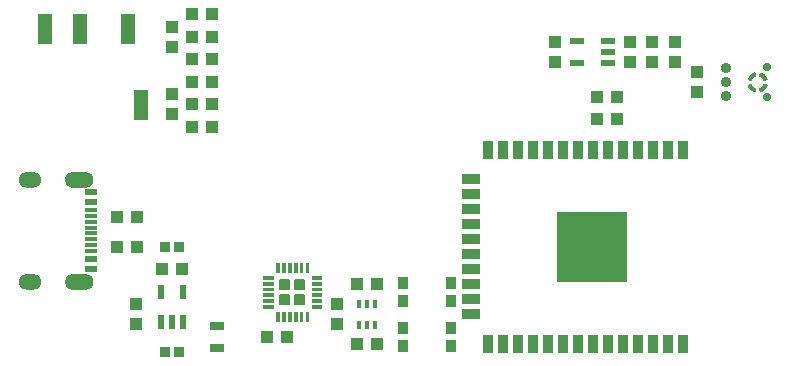
<source format=gtp>
G75*
%MOIN*%
%OFA0B0*%
%FSLAX25Y25*%
%IPPOS*%
%LPD*%
%AMOC8*
5,1,8,0,0,1.08239X$1,22.5*
%
%ADD10R,0.04331X0.03937*%
%ADD11R,0.03346X0.03543*%
%ADD12R,0.03937X0.04331*%
%ADD13R,0.01181X0.02598*%
%ADD14R,0.03543X0.03937*%
%ADD15R,0.03543X0.05906*%
%ADD16R,0.05906X0.03543*%
%ADD17R,0.23622X0.23622*%
%ADD18R,0.02165X0.04724*%
%ADD19C,0.00039*%
%ADD20C,0.00500*%
%ADD21R,0.04000X0.01181*%
%ADD22R,0.04000X0.02362*%
%ADD23R,0.04000X0.02165*%
%ADD24R,0.04724X0.09843*%
%ADD25R,0.04724X0.03150*%
%ADD26C,0.00118*%
%ADD27C,0.02756*%
%ADD28C,0.03543*%
%ADD29R,0.04724X0.02165*%
D10*
X0251654Y0080000D03*
X0258346Y0080000D03*
X0258346Y0090000D03*
X0251654Y0090000D03*
X0266654Y0072500D03*
X0273346Y0072500D03*
X0301654Y0050000D03*
X0308346Y0050000D03*
X0331654Y0047500D03*
X0338346Y0047500D03*
X0338346Y0067500D03*
X0331654Y0067500D03*
X0283346Y0120000D03*
X0276654Y0120000D03*
X0276654Y0127500D03*
X0283346Y0127500D03*
X0283346Y0135000D03*
X0276654Y0135000D03*
X0276654Y0142500D03*
X0283346Y0142500D03*
X0283346Y0150000D03*
X0276654Y0150000D03*
X0276654Y0157500D03*
X0283346Y0157500D03*
X0411654Y0130000D03*
X0418346Y0130000D03*
X0418346Y0122500D03*
X0411654Y0122500D03*
D11*
X0272283Y0080000D03*
X0267717Y0080000D03*
X0267717Y0045000D03*
X0272283Y0045000D03*
D12*
X0258000Y0054154D03*
X0258000Y0060846D03*
X0325000Y0060846D03*
X0325000Y0054154D03*
X0270000Y0124154D03*
X0270000Y0130846D03*
X0270000Y0146654D03*
X0270000Y0153346D03*
X0397500Y0148346D03*
X0397500Y0141654D03*
X0422500Y0141654D03*
X0430000Y0141654D03*
X0437500Y0141654D03*
X0445000Y0138346D03*
X0445000Y0131654D03*
X0437500Y0148346D03*
X0430000Y0148346D03*
X0422500Y0148346D03*
D13*
X0337559Y0061122D03*
X0335000Y0061122D03*
X0332441Y0061122D03*
X0332441Y0053878D03*
X0335000Y0053878D03*
X0337559Y0053878D03*
D14*
X0346929Y0053150D03*
X0346929Y0046850D03*
X0363071Y0046850D03*
X0363071Y0053150D03*
X0363071Y0061850D03*
X0363071Y0068150D03*
X0346929Y0068150D03*
X0346929Y0061850D03*
D15*
X0375315Y0047567D03*
X0380315Y0047567D03*
X0385315Y0047567D03*
X0390315Y0047567D03*
X0395315Y0047567D03*
X0400315Y0047567D03*
X0405315Y0047567D03*
X0410315Y0047567D03*
X0415315Y0047567D03*
X0420315Y0047567D03*
X0425315Y0047567D03*
X0430315Y0047567D03*
X0435315Y0047567D03*
X0440315Y0047567D03*
X0440315Y0112433D03*
X0435315Y0112433D03*
X0430315Y0112433D03*
X0425315Y0112433D03*
X0420315Y0112433D03*
X0415315Y0112433D03*
X0410315Y0112433D03*
X0405315Y0112433D03*
X0400315Y0112433D03*
X0395315Y0112433D03*
X0390315Y0112433D03*
X0385315Y0112433D03*
X0380315Y0112433D03*
X0375315Y0112433D03*
D16*
X0369449Y0102500D03*
X0369449Y0097500D03*
X0369449Y0092500D03*
X0369449Y0087500D03*
X0369449Y0082500D03*
X0369449Y0077500D03*
X0369449Y0072500D03*
X0369449Y0067500D03*
X0369449Y0062500D03*
X0369449Y0057500D03*
D17*
X0410000Y0080000D03*
D18*
X0273740Y0065119D03*
X0266260Y0065119D03*
X0266260Y0054881D03*
X0270000Y0054881D03*
X0273740Y0054881D03*
D19*
X0219073Y0067591D02*
X0218941Y0068033D01*
X0218898Y0068492D01*
X0218954Y0069016D01*
X0219126Y0069514D01*
X0219405Y0069961D01*
X0219776Y0070335D01*
X0220220Y0070617D01*
X0220717Y0070793D01*
X0221240Y0070854D01*
X0223602Y0070854D01*
X0224130Y0070797D01*
X0224633Y0070624D01*
X0225083Y0070343D01*
X0219788Y0070343D01*
X0219746Y0070305D02*
X0225122Y0070305D01*
X0225160Y0070267D02*
X0219708Y0070267D01*
X0219671Y0070229D02*
X0225198Y0070229D01*
X0225236Y0070191D02*
X0219633Y0070191D01*
X0219596Y0070154D02*
X0225274Y0070154D01*
X0225313Y0070116D02*
X0219558Y0070116D01*
X0219521Y0070078D02*
X0225351Y0070078D01*
X0225389Y0070040D02*
X0219483Y0070040D01*
X0219445Y0070002D02*
X0225427Y0070002D01*
X0225461Y0069969D02*
X0225745Y0069520D01*
X0225923Y0069020D01*
X0225984Y0068492D01*
X0225937Y0068030D01*
X0225800Y0067585D01*
X0225579Y0067176D01*
X0225283Y0066818D01*
X0224922Y0066524D01*
X0224511Y0066307D01*
X0224065Y0066174D01*
X0223602Y0066130D01*
X0221240Y0066130D01*
X0220781Y0066177D01*
X0220341Y0066313D01*
X0219935Y0066532D01*
X0219580Y0066826D01*
X0219289Y0067184D01*
X0219073Y0067591D01*
X0219080Y0067578D02*
X0225796Y0067578D01*
X0225809Y0067616D02*
X0219066Y0067616D01*
X0219054Y0067653D02*
X0225821Y0067653D01*
X0225833Y0067691D02*
X0219043Y0067691D01*
X0219032Y0067729D02*
X0225844Y0067729D01*
X0225856Y0067767D02*
X0219020Y0067767D01*
X0219009Y0067805D02*
X0225868Y0067805D01*
X0225879Y0067843D02*
X0218998Y0067843D01*
X0218986Y0067881D02*
X0225891Y0067881D01*
X0225903Y0067919D02*
X0218975Y0067919D01*
X0218964Y0067956D02*
X0225914Y0067956D01*
X0225926Y0067994D02*
X0218952Y0067994D01*
X0218941Y0068032D02*
X0225937Y0068032D01*
X0225941Y0068070D02*
X0218937Y0068070D01*
X0218934Y0068108D02*
X0225945Y0068108D01*
X0225949Y0068146D02*
X0218930Y0068146D01*
X0218927Y0068184D02*
X0225953Y0068184D01*
X0225956Y0068222D02*
X0218923Y0068222D01*
X0218920Y0068260D02*
X0225960Y0068260D01*
X0225964Y0068297D02*
X0218916Y0068297D01*
X0218912Y0068335D02*
X0225968Y0068335D01*
X0225972Y0068373D02*
X0218909Y0068373D01*
X0218905Y0068411D02*
X0225976Y0068411D01*
X0225980Y0068449D02*
X0218902Y0068449D01*
X0218898Y0068487D02*
X0225984Y0068487D01*
X0225980Y0068525D02*
X0218901Y0068525D01*
X0218905Y0068563D02*
X0225976Y0068563D01*
X0225972Y0068600D02*
X0218909Y0068600D01*
X0218913Y0068638D02*
X0225967Y0068638D01*
X0225963Y0068676D02*
X0218918Y0068676D01*
X0218922Y0068714D02*
X0225958Y0068714D01*
X0225954Y0068752D02*
X0218926Y0068752D01*
X0218930Y0068790D02*
X0225949Y0068790D01*
X0225945Y0068828D02*
X0218934Y0068828D01*
X0218938Y0068866D02*
X0225941Y0068866D01*
X0225936Y0068904D02*
X0218942Y0068904D01*
X0218946Y0068941D02*
X0225932Y0068941D01*
X0225927Y0068979D02*
X0218950Y0068979D01*
X0218955Y0069017D02*
X0225923Y0069017D01*
X0225910Y0069055D02*
X0218968Y0069055D01*
X0218981Y0069093D02*
X0225897Y0069093D01*
X0225883Y0069131D02*
X0218994Y0069131D01*
X0219007Y0069169D02*
X0225870Y0069169D01*
X0225856Y0069207D02*
X0219020Y0069207D01*
X0219033Y0069244D02*
X0225843Y0069244D01*
X0225829Y0069282D02*
X0219046Y0069282D01*
X0219059Y0069320D02*
X0225816Y0069320D01*
X0225803Y0069358D02*
X0219073Y0069358D01*
X0219086Y0069396D02*
X0225789Y0069396D01*
X0225776Y0069434D02*
X0219099Y0069434D01*
X0219112Y0069472D02*
X0225762Y0069472D01*
X0225749Y0069510D02*
X0219125Y0069510D01*
X0219147Y0069547D02*
X0225728Y0069547D01*
X0225704Y0069585D02*
X0219171Y0069585D01*
X0219194Y0069623D02*
X0225680Y0069623D01*
X0225656Y0069661D02*
X0219218Y0069661D01*
X0219242Y0069699D02*
X0225632Y0069699D01*
X0225608Y0069737D02*
X0219265Y0069737D01*
X0219289Y0069775D02*
X0225584Y0069775D01*
X0225560Y0069813D02*
X0219312Y0069813D01*
X0219336Y0069851D02*
X0225536Y0069851D01*
X0225512Y0069888D02*
X0219360Y0069888D01*
X0219383Y0069926D02*
X0225488Y0069926D01*
X0225464Y0069964D02*
X0219408Y0069964D01*
X0219848Y0070381D02*
X0225023Y0070381D01*
X0225083Y0070343D02*
X0225461Y0069969D01*
X0224962Y0070419D02*
X0219908Y0070419D01*
X0219967Y0070457D02*
X0224901Y0070457D01*
X0224840Y0070495D02*
X0220027Y0070495D01*
X0220087Y0070532D02*
X0224779Y0070532D01*
X0224718Y0070570D02*
X0220147Y0070570D01*
X0220206Y0070608D02*
X0224657Y0070608D01*
X0224568Y0070646D02*
X0220302Y0070646D01*
X0220409Y0070684D02*
X0224458Y0070684D01*
X0224348Y0070722D02*
X0220516Y0070722D01*
X0220623Y0070760D02*
X0224239Y0070760D01*
X0224126Y0070798D02*
X0220755Y0070798D01*
X0221079Y0070835D02*
X0223776Y0070835D01*
X0225775Y0067540D02*
X0219100Y0067540D01*
X0219120Y0067502D02*
X0225755Y0067502D01*
X0225735Y0067464D02*
X0219140Y0067464D01*
X0219160Y0067426D02*
X0225714Y0067426D01*
X0225694Y0067388D02*
X0219180Y0067388D01*
X0219200Y0067350D02*
X0225673Y0067350D01*
X0225653Y0067312D02*
X0219220Y0067312D01*
X0219240Y0067275D02*
X0225632Y0067275D01*
X0225612Y0067237D02*
X0219260Y0067237D01*
X0219281Y0067199D02*
X0225591Y0067199D01*
X0225567Y0067161D02*
X0219307Y0067161D01*
X0219338Y0067123D02*
X0225535Y0067123D01*
X0225504Y0067085D02*
X0219369Y0067085D01*
X0219399Y0067047D02*
X0225473Y0067047D01*
X0225441Y0067009D02*
X0219430Y0067009D01*
X0219461Y0066972D02*
X0225410Y0066972D01*
X0225379Y0066934D02*
X0219492Y0066934D01*
X0219523Y0066896D02*
X0225347Y0066896D01*
X0225316Y0066858D02*
X0219554Y0066858D01*
X0219587Y0066820D02*
X0225284Y0066820D01*
X0225239Y0066782D02*
X0219632Y0066782D01*
X0219678Y0066744D02*
X0225192Y0066744D01*
X0225146Y0066706D02*
X0219724Y0066706D01*
X0219770Y0066669D02*
X0225099Y0066669D01*
X0225053Y0066631D02*
X0219816Y0066631D01*
X0219861Y0066593D02*
X0225006Y0066593D01*
X0224960Y0066555D02*
X0219907Y0066555D01*
X0219962Y0066517D02*
X0224908Y0066517D01*
X0224837Y0066479D02*
X0220033Y0066479D01*
X0220103Y0066441D02*
X0224765Y0066441D01*
X0224693Y0066403D02*
X0220173Y0066403D01*
X0220243Y0066365D02*
X0224622Y0066365D01*
X0224550Y0066328D02*
X0220313Y0066328D01*
X0220416Y0066290D02*
X0224454Y0066290D01*
X0224327Y0066252D02*
X0220539Y0066252D01*
X0220662Y0066214D02*
X0224200Y0066214D01*
X0224074Y0066176D02*
X0220791Y0066176D01*
X0221160Y0066138D02*
X0223690Y0066138D01*
X0234402Y0067988D02*
X0234370Y0068492D01*
X0234402Y0068996D01*
X0234546Y0069481D01*
X0234794Y0069921D01*
X0235134Y0070295D01*
X0235549Y0070584D01*
X0236017Y0070774D01*
X0236516Y0070854D01*
X0241240Y0070854D01*
X0241682Y0070793D01*
X0242103Y0070647D01*
X0242488Y0070422D01*
X0242822Y0070126D01*
X0243091Y0069770D01*
X0243286Y0069369D01*
X0243399Y0068937D01*
X0243425Y0068492D01*
X0243399Y0068047D01*
X0243286Y0067615D01*
X0243091Y0067214D01*
X0242822Y0066858D01*
X0242488Y0066562D01*
X0242103Y0066337D01*
X0241682Y0066191D01*
X0241240Y0066130D01*
X0236516Y0066130D01*
X0236017Y0066211D01*
X0235549Y0066400D01*
X0235134Y0066689D01*
X0234794Y0067063D01*
X0234546Y0067503D01*
X0234402Y0067988D01*
X0234402Y0067994D02*
X0243385Y0067994D01*
X0243375Y0067956D02*
X0234412Y0067956D01*
X0234423Y0067919D02*
X0243365Y0067919D01*
X0243355Y0067881D02*
X0234434Y0067881D01*
X0234446Y0067843D02*
X0243345Y0067843D01*
X0243336Y0067805D02*
X0234457Y0067805D01*
X0234468Y0067767D02*
X0243326Y0067767D01*
X0243316Y0067729D02*
X0234479Y0067729D01*
X0234491Y0067691D02*
X0243306Y0067691D01*
X0243296Y0067653D02*
X0234502Y0067653D01*
X0234513Y0067616D02*
X0243286Y0067616D01*
X0243268Y0067578D02*
X0234524Y0067578D01*
X0234536Y0067540D02*
X0243249Y0067540D01*
X0243231Y0067502D02*
X0234547Y0067502D01*
X0234569Y0067464D02*
X0243213Y0067464D01*
X0243194Y0067426D02*
X0234590Y0067426D01*
X0234611Y0067388D02*
X0243176Y0067388D01*
X0243157Y0067350D02*
X0234633Y0067350D01*
X0234654Y0067312D02*
X0243139Y0067312D01*
X0243121Y0067275D02*
X0234675Y0067275D01*
X0234697Y0067237D02*
X0243102Y0067237D01*
X0243080Y0067199D02*
X0234718Y0067199D01*
X0234739Y0067161D02*
X0243051Y0067161D01*
X0243022Y0067123D02*
X0234761Y0067123D01*
X0234782Y0067085D02*
X0242994Y0067085D01*
X0242965Y0067047D02*
X0234809Y0067047D01*
X0234843Y0067009D02*
X0242936Y0067009D01*
X0242908Y0066972D02*
X0234878Y0066972D01*
X0234912Y0066934D02*
X0242879Y0066934D01*
X0242850Y0066896D02*
X0234946Y0066896D01*
X0234981Y0066858D02*
X0242821Y0066858D01*
X0242779Y0066820D02*
X0235015Y0066820D01*
X0235050Y0066782D02*
X0242736Y0066782D01*
X0242693Y0066744D02*
X0235084Y0066744D01*
X0235118Y0066706D02*
X0242651Y0066706D01*
X0242608Y0066669D02*
X0235164Y0066669D01*
X0235218Y0066631D02*
X0242565Y0066631D01*
X0242523Y0066593D02*
X0235272Y0066593D01*
X0235327Y0066555D02*
X0242476Y0066555D01*
X0242411Y0066517D02*
X0235381Y0066517D01*
X0235435Y0066479D02*
X0242346Y0066479D01*
X0242282Y0066441D02*
X0235490Y0066441D01*
X0235544Y0066403D02*
X0242217Y0066403D01*
X0242152Y0066365D02*
X0235634Y0066365D01*
X0235728Y0066328D02*
X0242077Y0066328D01*
X0241967Y0066290D02*
X0235821Y0066290D01*
X0235915Y0066252D02*
X0241858Y0066252D01*
X0241749Y0066214D02*
X0236009Y0066214D01*
X0236230Y0066176D02*
X0241574Y0066176D01*
X0241300Y0066138D02*
X0236465Y0066138D01*
X0234400Y0068032D02*
X0243395Y0068032D01*
X0243400Y0068070D02*
X0234397Y0068070D01*
X0234395Y0068108D02*
X0243402Y0068108D01*
X0243405Y0068146D02*
X0234392Y0068146D01*
X0234390Y0068184D02*
X0243407Y0068184D01*
X0243409Y0068222D02*
X0234387Y0068222D01*
X0234385Y0068260D02*
X0243411Y0068260D01*
X0243414Y0068297D02*
X0234383Y0068297D01*
X0234380Y0068335D02*
X0243416Y0068335D01*
X0243418Y0068373D02*
X0234378Y0068373D01*
X0234375Y0068411D02*
X0243420Y0068411D01*
X0243423Y0068449D02*
X0234373Y0068449D01*
X0234370Y0068487D02*
X0243425Y0068487D01*
X0243423Y0068525D02*
X0234372Y0068525D01*
X0234375Y0068563D02*
X0243421Y0068563D01*
X0243419Y0068600D02*
X0234377Y0068600D01*
X0234379Y0068638D02*
X0243417Y0068638D01*
X0243414Y0068676D02*
X0234382Y0068676D01*
X0234384Y0068714D02*
X0243412Y0068714D01*
X0243410Y0068752D02*
X0234387Y0068752D01*
X0234389Y0068790D02*
X0243408Y0068790D01*
X0243405Y0068828D02*
X0234392Y0068828D01*
X0234394Y0068866D02*
X0243403Y0068866D01*
X0243401Y0068904D02*
X0234397Y0068904D01*
X0234399Y0068941D02*
X0243398Y0068941D01*
X0243388Y0068979D02*
X0234401Y0068979D01*
X0234409Y0069017D02*
X0243378Y0069017D01*
X0243368Y0069055D02*
X0234420Y0069055D01*
X0234431Y0069093D02*
X0243358Y0069093D01*
X0243348Y0069131D02*
X0234442Y0069131D01*
X0234454Y0069169D02*
X0243338Y0069169D01*
X0243328Y0069207D02*
X0234465Y0069207D01*
X0234476Y0069244D02*
X0243319Y0069244D01*
X0243309Y0069282D02*
X0234487Y0069282D01*
X0234499Y0069320D02*
X0243299Y0069320D01*
X0243289Y0069358D02*
X0234510Y0069358D01*
X0234521Y0069396D02*
X0243273Y0069396D01*
X0243255Y0069434D02*
X0234532Y0069434D01*
X0234544Y0069472D02*
X0243236Y0069472D01*
X0243218Y0069510D02*
X0234563Y0069510D01*
X0234584Y0069547D02*
X0243199Y0069547D01*
X0243181Y0069585D02*
X0234605Y0069585D01*
X0234627Y0069623D02*
X0243163Y0069623D01*
X0243144Y0069661D02*
X0234648Y0069661D01*
X0234669Y0069699D02*
X0243126Y0069699D01*
X0243107Y0069737D02*
X0234691Y0069737D01*
X0234712Y0069775D02*
X0243088Y0069775D01*
X0243059Y0069813D02*
X0234733Y0069813D01*
X0234755Y0069851D02*
X0243030Y0069851D01*
X0243002Y0069888D02*
X0234776Y0069888D01*
X0234799Y0069926D02*
X0242973Y0069926D01*
X0242944Y0069964D02*
X0234833Y0069964D01*
X0234868Y0070002D02*
X0242916Y0070002D01*
X0242887Y0070040D02*
X0234902Y0070040D01*
X0234937Y0070078D02*
X0242858Y0070078D01*
X0242830Y0070116D02*
X0234971Y0070116D01*
X0235006Y0070154D02*
X0242791Y0070154D01*
X0242748Y0070191D02*
X0235040Y0070191D01*
X0235074Y0070229D02*
X0242705Y0070229D01*
X0242663Y0070267D02*
X0235109Y0070267D01*
X0235148Y0070305D02*
X0242620Y0070305D01*
X0242577Y0070343D02*
X0235203Y0070343D01*
X0235257Y0070381D02*
X0242535Y0070381D01*
X0242492Y0070419D02*
X0235311Y0070419D01*
X0235366Y0070457D02*
X0242429Y0070457D01*
X0242364Y0070495D02*
X0235420Y0070495D01*
X0235474Y0070532D02*
X0242300Y0070532D01*
X0242235Y0070570D02*
X0235529Y0070570D01*
X0235608Y0070608D02*
X0242170Y0070608D01*
X0242106Y0070646D02*
X0235701Y0070646D01*
X0235795Y0070684D02*
X0241998Y0070684D01*
X0241889Y0070722D02*
X0235889Y0070722D01*
X0235982Y0070760D02*
X0241779Y0070760D01*
X0241651Y0070798D02*
X0236164Y0070798D01*
X0236399Y0070835D02*
X0241377Y0070835D01*
X0300394Y0070394D02*
X0303465Y0070394D01*
X0303465Y0069449D01*
X0300394Y0069449D01*
X0300394Y0070394D01*
X0300394Y0070381D02*
X0303465Y0070381D01*
X0303465Y0070343D02*
X0300394Y0070343D01*
X0300394Y0070305D02*
X0303465Y0070305D01*
X0303465Y0070267D02*
X0300394Y0070267D01*
X0300394Y0070229D02*
X0303465Y0070229D01*
X0303465Y0070191D02*
X0300394Y0070191D01*
X0300394Y0070154D02*
X0303465Y0070154D01*
X0303465Y0070116D02*
X0300394Y0070116D01*
X0300394Y0070078D02*
X0303465Y0070078D01*
X0303465Y0070040D02*
X0300394Y0070040D01*
X0300394Y0070002D02*
X0303465Y0070002D01*
X0303465Y0069964D02*
X0300394Y0069964D01*
X0300394Y0069926D02*
X0303465Y0069926D01*
X0303465Y0069888D02*
X0300394Y0069888D01*
X0300394Y0069851D02*
X0303465Y0069851D01*
X0303465Y0069813D02*
X0300394Y0069813D01*
X0300394Y0069775D02*
X0303465Y0069775D01*
X0303465Y0069737D02*
X0300394Y0069737D01*
X0300394Y0069699D02*
X0303465Y0069699D01*
X0303465Y0069661D02*
X0300394Y0069661D01*
X0300394Y0069623D02*
X0303465Y0069623D01*
X0303465Y0069585D02*
X0300394Y0069585D01*
X0300394Y0069547D02*
X0303465Y0069547D01*
X0303465Y0069510D02*
X0300394Y0069510D01*
X0300394Y0069472D02*
X0303465Y0069472D01*
X0303465Y0068425D02*
X0303465Y0067480D01*
X0300394Y0067480D01*
X0300394Y0068425D01*
X0303465Y0068425D01*
X0303465Y0068411D02*
X0300394Y0068411D01*
X0300394Y0068373D02*
X0303465Y0068373D01*
X0303465Y0068335D02*
X0300394Y0068335D01*
X0300394Y0068297D02*
X0303465Y0068297D01*
X0303465Y0068260D02*
X0300394Y0068260D01*
X0300394Y0068222D02*
X0303465Y0068222D01*
X0303465Y0068184D02*
X0300394Y0068184D01*
X0300394Y0068146D02*
X0303465Y0068146D01*
X0303465Y0068108D02*
X0300394Y0068108D01*
X0300394Y0068070D02*
X0303465Y0068070D01*
X0303465Y0068032D02*
X0300394Y0068032D01*
X0300394Y0067994D02*
X0303465Y0067994D01*
X0303465Y0067956D02*
X0300394Y0067956D01*
X0300394Y0067919D02*
X0303465Y0067919D01*
X0303465Y0067881D02*
X0300394Y0067881D01*
X0300394Y0067843D02*
X0303465Y0067843D01*
X0303465Y0067805D02*
X0300394Y0067805D01*
X0300394Y0067767D02*
X0303465Y0067767D01*
X0303465Y0067729D02*
X0300394Y0067729D01*
X0300394Y0067691D02*
X0303465Y0067691D01*
X0303465Y0067653D02*
X0300394Y0067653D01*
X0300394Y0067616D02*
X0303465Y0067616D01*
X0303465Y0067578D02*
X0300394Y0067578D01*
X0300394Y0067540D02*
X0303465Y0067540D01*
X0303465Y0067502D02*
X0300394Y0067502D01*
X0300394Y0066457D02*
X0303465Y0066457D01*
X0303465Y0065512D01*
X0300394Y0065512D01*
X0300394Y0066457D01*
X0300394Y0066441D02*
X0303465Y0066441D01*
X0303465Y0066403D02*
X0300394Y0066403D01*
X0300394Y0066365D02*
X0303465Y0066365D01*
X0303465Y0066328D02*
X0300394Y0066328D01*
X0300394Y0066290D02*
X0303465Y0066290D01*
X0303465Y0066252D02*
X0300394Y0066252D01*
X0300394Y0066214D02*
X0303465Y0066214D01*
X0303465Y0066176D02*
X0300394Y0066176D01*
X0300394Y0066138D02*
X0303465Y0066138D01*
X0303465Y0066100D02*
X0300394Y0066100D01*
X0300394Y0066062D02*
X0303465Y0066062D01*
X0303465Y0066025D02*
X0300394Y0066025D01*
X0300394Y0065987D02*
X0303465Y0065987D01*
X0303465Y0065949D02*
X0300394Y0065949D01*
X0300394Y0065911D02*
X0303465Y0065911D01*
X0303465Y0065873D02*
X0300394Y0065873D01*
X0300394Y0065835D02*
X0303465Y0065835D01*
X0303465Y0065797D02*
X0300394Y0065797D01*
X0300394Y0065759D02*
X0303465Y0065759D01*
X0303465Y0065721D02*
X0300394Y0065721D01*
X0300394Y0065684D02*
X0303465Y0065684D01*
X0303465Y0065646D02*
X0300394Y0065646D01*
X0300394Y0065608D02*
X0303465Y0065608D01*
X0303465Y0065570D02*
X0300394Y0065570D01*
X0300394Y0065532D02*
X0303465Y0065532D01*
X0303465Y0064488D02*
X0303465Y0063543D01*
X0300394Y0063543D01*
X0300394Y0064488D01*
X0303465Y0064488D01*
X0303465Y0064471D02*
X0300394Y0064471D01*
X0300394Y0064434D02*
X0303465Y0064434D01*
X0303465Y0064396D02*
X0300394Y0064396D01*
X0300394Y0064358D02*
X0303465Y0064358D01*
X0303465Y0064320D02*
X0300394Y0064320D01*
X0300394Y0064282D02*
X0303465Y0064282D01*
X0303465Y0064244D02*
X0300394Y0064244D01*
X0300394Y0064206D02*
X0303465Y0064206D01*
X0303465Y0064168D02*
X0300394Y0064168D01*
X0300394Y0064130D02*
X0303465Y0064130D01*
X0303465Y0064093D02*
X0300394Y0064093D01*
X0300394Y0064055D02*
X0303465Y0064055D01*
X0303465Y0064017D02*
X0300394Y0064017D01*
X0300394Y0063979D02*
X0303465Y0063979D01*
X0303465Y0063941D02*
X0300394Y0063941D01*
X0300394Y0063903D02*
X0303465Y0063903D01*
X0303465Y0063865D02*
X0300394Y0063865D01*
X0300394Y0063827D02*
X0303465Y0063827D01*
X0303465Y0063790D02*
X0300394Y0063790D01*
X0300394Y0063752D02*
X0303465Y0063752D01*
X0303465Y0063714D02*
X0300394Y0063714D01*
X0300394Y0063676D02*
X0303465Y0063676D01*
X0303465Y0063638D02*
X0300394Y0063638D01*
X0300394Y0063600D02*
X0303465Y0063600D01*
X0303465Y0063562D02*
X0300394Y0063562D01*
X0300394Y0062520D02*
X0303465Y0062520D01*
X0303465Y0061575D01*
X0300394Y0061575D01*
X0300394Y0062520D01*
X0300394Y0062502D02*
X0303465Y0062502D01*
X0303465Y0062464D02*
X0300394Y0062464D01*
X0300394Y0062426D02*
X0303465Y0062426D01*
X0303465Y0062388D02*
X0300394Y0062388D01*
X0300394Y0062350D02*
X0303465Y0062350D01*
X0303465Y0062312D02*
X0300394Y0062312D01*
X0300394Y0062274D02*
X0303465Y0062274D01*
X0303465Y0062236D02*
X0300394Y0062236D01*
X0300394Y0062198D02*
X0303465Y0062198D01*
X0303465Y0062161D02*
X0300394Y0062161D01*
X0300394Y0062123D02*
X0303465Y0062123D01*
X0303465Y0062085D02*
X0300394Y0062085D01*
X0300394Y0062047D02*
X0303465Y0062047D01*
X0303465Y0062009D02*
X0300394Y0062009D01*
X0300394Y0061971D02*
X0303465Y0061971D01*
X0303465Y0061933D02*
X0300394Y0061933D01*
X0300394Y0061895D02*
X0303465Y0061895D01*
X0303465Y0061858D02*
X0300394Y0061858D01*
X0300394Y0061820D02*
X0303465Y0061820D01*
X0303465Y0061782D02*
X0300394Y0061782D01*
X0300394Y0061744D02*
X0303465Y0061744D01*
X0303465Y0061706D02*
X0300394Y0061706D01*
X0300394Y0061668D02*
X0303465Y0061668D01*
X0303465Y0061630D02*
X0300394Y0061630D01*
X0300394Y0061592D02*
X0303465Y0061592D01*
X0303465Y0060551D02*
X0300394Y0060551D01*
X0300394Y0059606D01*
X0303465Y0059606D01*
X0303465Y0060551D01*
X0303465Y0060532D02*
X0300394Y0060532D01*
X0300394Y0060494D02*
X0303465Y0060494D01*
X0303465Y0060456D02*
X0300394Y0060456D01*
X0300394Y0060418D02*
X0303465Y0060418D01*
X0303465Y0060380D02*
X0300394Y0060380D01*
X0300394Y0060342D02*
X0303465Y0060342D01*
X0303465Y0060304D02*
X0300394Y0060304D01*
X0300394Y0060267D02*
X0303465Y0060267D01*
X0303465Y0060229D02*
X0300394Y0060229D01*
X0300394Y0060191D02*
X0303465Y0060191D01*
X0303465Y0060153D02*
X0300394Y0060153D01*
X0300394Y0060115D02*
X0303465Y0060115D01*
X0303465Y0060077D02*
X0300394Y0060077D01*
X0300394Y0060039D02*
X0303465Y0060039D01*
X0303465Y0060001D02*
X0300394Y0060001D01*
X0300394Y0059963D02*
X0303465Y0059963D01*
X0303465Y0059926D02*
X0300394Y0059926D01*
X0300394Y0059888D02*
X0303465Y0059888D01*
X0303465Y0059850D02*
X0300394Y0059850D01*
X0300394Y0059812D02*
X0303465Y0059812D01*
X0303465Y0059774D02*
X0300394Y0059774D01*
X0300394Y0059736D02*
X0303465Y0059736D01*
X0303465Y0059698D02*
X0300394Y0059698D01*
X0300394Y0059660D02*
X0303465Y0059660D01*
X0303465Y0059623D02*
X0300394Y0059623D01*
X0304606Y0058465D02*
X0305551Y0058465D01*
X0305551Y0055394D01*
X0304606Y0055394D01*
X0304606Y0058465D01*
X0304606Y0058448D02*
X0305551Y0058448D01*
X0305551Y0058410D02*
X0304606Y0058410D01*
X0304606Y0058372D02*
X0305551Y0058372D01*
X0305551Y0058335D02*
X0304606Y0058335D01*
X0304606Y0058297D02*
X0305551Y0058297D01*
X0305551Y0058259D02*
X0304606Y0058259D01*
X0304606Y0058221D02*
X0305551Y0058221D01*
X0305551Y0058183D02*
X0304606Y0058183D01*
X0304606Y0058145D02*
X0305551Y0058145D01*
X0305551Y0058107D02*
X0304606Y0058107D01*
X0304606Y0058069D02*
X0305551Y0058069D01*
X0305551Y0058032D02*
X0304606Y0058032D01*
X0304606Y0057994D02*
X0305551Y0057994D01*
X0305551Y0057956D02*
X0304606Y0057956D01*
X0304606Y0057918D02*
X0305551Y0057918D01*
X0305551Y0057880D02*
X0304606Y0057880D01*
X0304606Y0057842D02*
X0305551Y0057842D01*
X0305551Y0057804D02*
X0304606Y0057804D01*
X0304606Y0057766D02*
X0305551Y0057766D01*
X0305551Y0057728D02*
X0304606Y0057728D01*
X0304606Y0057691D02*
X0305551Y0057691D01*
X0305551Y0057653D02*
X0304606Y0057653D01*
X0304606Y0057615D02*
X0305551Y0057615D01*
X0305551Y0057577D02*
X0304606Y0057577D01*
X0304606Y0057539D02*
X0305551Y0057539D01*
X0305551Y0057501D02*
X0304606Y0057501D01*
X0304606Y0057463D02*
X0305551Y0057463D01*
X0305551Y0057425D02*
X0304606Y0057425D01*
X0304606Y0057388D02*
X0305551Y0057388D01*
X0305551Y0057350D02*
X0304606Y0057350D01*
X0304606Y0057312D02*
X0305551Y0057312D01*
X0305551Y0057274D02*
X0304606Y0057274D01*
X0304606Y0057236D02*
X0305551Y0057236D01*
X0305551Y0057198D02*
X0304606Y0057198D01*
X0304606Y0057160D02*
X0305551Y0057160D01*
X0305551Y0057122D02*
X0304606Y0057122D01*
X0304606Y0057085D02*
X0305551Y0057085D01*
X0305551Y0057047D02*
X0304606Y0057047D01*
X0304606Y0057009D02*
X0305551Y0057009D01*
X0305551Y0056971D02*
X0304606Y0056971D01*
X0304606Y0056933D02*
X0305551Y0056933D01*
X0305551Y0056895D02*
X0304606Y0056895D01*
X0304606Y0056857D02*
X0305551Y0056857D01*
X0305551Y0056819D02*
X0304606Y0056819D01*
X0304606Y0056781D02*
X0305551Y0056781D01*
X0305551Y0056744D02*
X0304606Y0056744D01*
X0304606Y0056706D02*
X0305551Y0056706D01*
X0305551Y0056668D02*
X0304606Y0056668D01*
X0304606Y0056630D02*
X0305551Y0056630D01*
X0305551Y0056592D02*
X0304606Y0056592D01*
X0304606Y0056554D02*
X0305551Y0056554D01*
X0305551Y0056516D02*
X0304606Y0056516D01*
X0304606Y0056478D02*
X0305551Y0056478D01*
X0305551Y0056441D02*
X0304606Y0056441D01*
X0304606Y0056403D02*
X0305551Y0056403D01*
X0305551Y0056365D02*
X0304606Y0056365D01*
X0304606Y0056327D02*
X0305551Y0056327D01*
X0305551Y0056289D02*
X0304606Y0056289D01*
X0304606Y0056251D02*
X0305551Y0056251D01*
X0305551Y0056213D02*
X0304606Y0056213D01*
X0304606Y0056175D02*
X0305551Y0056175D01*
X0305551Y0056137D02*
X0304606Y0056137D01*
X0304606Y0056100D02*
X0305551Y0056100D01*
X0305551Y0056062D02*
X0304606Y0056062D01*
X0304606Y0056024D02*
X0305551Y0056024D01*
X0305551Y0055986D02*
X0304606Y0055986D01*
X0304606Y0055948D02*
X0305551Y0055948D01*
X0305551Y0055910D02*
X0304606Y0055910D01*
X0304606Y0055872D02*
X0305551Y0055872D01*
X0305551Y0055834D02*
X0304606Y0055834D01*
X0304606Y0055797D02*
X0305551Y0055797D01*
X0305551Y0055759D02*
X0304606Y0055759D01*
X0304606Y0055721D02*
X0305551Y0055721D01*
X0305551Y0055683D02*
X0304606Y0055683D01*
X0304606Y0055645D02*
X0305551Y0055645D01*
X0305551Y0055607D02*
X0304606Y0055607D01*
X0304606Y0055569D02*
X0305551Y0055569D01*
X0305551Y0055531D02*
X0304606Y0055531D01*
X0304606Y0055493D02*
X0305551Y0055493D01*
X0305551Y0055456D02*
X0304606Y0055456D01*
X0304606Y0055418D02*
X0305551Y0055418D01*
X0306575Y0055418D02*
X0307520Y0055418D01*
X0307520Y0055394D02*
X0307520Y0058465D01*
X0306575Y0058465D01*
X0306575Y0055394D01*
X0307520Y0055394D01*
X0307520Y0055456D02*
X0306575Y0055456D01*
X0306575Y0055493D02*
X0307520Y0055493D01*
X0307520Y0055531D02*
X0306575Y0055531D01*
X0306575Y0055569D02*
X0307520Y0055569D01*
X0307520Y0055607D02*
X0306575Y0055607D01*
X0306575Y0055645D02*
X0307520Y0055645D01*
X0307520Y0055683D02*
X0306575Y0055683D01*
X0306575Y0055721D02*
X0307520Y0055721D01*
X0307520Y0055759D02*
X0306575Y0055759D01*
X0306575Y0055797D02*
X0307520Y0055797D01*
X0307520Y0055834D02*
X0306575Y0055834D01*
X0306575Y0055872D02*
X0307520Y0055872D01*
X0307520Y0055910D02*
X0306575Y0055910D01*
X0306575Y0055948D02*
X0307520Y0055948D01*
X0307520Y0055986D02*
X0306575Y0055986D01*
X0306575Y0056024D02*
X0307520Y0056024D01*
X0307520Y0056062D02*
X0306575Y0056062D01*
X0306575Y0056100D02*
X0307520Y0056100D01*
X0307520Y0056137D02*
X0306575Y0056137D01*
X0306575Y0056175D02*
X0307520Y0056175D01*
X0307520Y0056213D02*
X0306575Y0056213D01*
X0306575Y0056251D02*
X0307520Y0056251D01*
X0307520Y0056289D02*
X0306575Y0056289D01*
X0306575Y0056327D02*
X0307520Y0056327D01*
X0307520Y0056365D02*
X0306575Y0056365D01*
X0306575Y0056403D02*
X0307520Y0056403D01*
X0307520Y0056441D02*
X0306575Y0056441D01*
X0306575Y0056478D02*
X0307520Y0056478D01*
X0307520Y0056516D02*
X0306575Y0056516D01*
X0306575Y0056554D02*
X0307520Y0056554D01*
X0307520Y0056592D02*
X0306575Y0056592D01*
X0306575Y0056630D02*
X0307520Y0056630D01*
X0307520Y0056668D02*
X0306575Y0056668D01*
X0306575Y0056706D02*
X0307520Y0056706D01*
X0307520Y0056744D02*
X0306575Y0056744D01*
X0306575Y0056781D02*
X0307520Y0056781D01*
X0307520Y0056819D02*
X0306575Y0056819D01*
X0306575Y0056857D02*
X0307520Y0056857D01*
X0307520Y0056895D02*
X0306575Y0056895D01*
X0306575Y0056933D02*
X0307520Y0056933D01*
X0307520Y0056971D02*
X0306575Y0056971D01*
X0306575Y0057009D02*
X0307520Y0057009D01*
X0307520Y0057047D02*
X0306575Y0057047D01*
X0306575Y0057085D02*
X0307520Y0057085D01*
X0307520Y0057122D02*
X0306575Y0057122D01*
X0306575Y0057160D02*
X0307520Y0057160D01*
X0307520Y0057198D02*
X0306575Y0057198D01*
X0306575Y0057236D02*
X0307520Y0057236D01*
X0307520Y0057274D02*
X0306575Y0057274D01*
X0306575Y0057312D02*
X0307520Y0057312D01*
X0307520Y0057350D02*
X0306575Y0057350D01*
X0306575Y0057388D02*
X0307520Y0057388D01*
X0307520Y0057425D02*
X0306575Y0057425D01*
X0306575Y0057463D02*
X0307520Y0057463D01*
X0307520Y0057501D02*
X0306575Y0057501D01*
X0306575Y0057539D02*
X0307520Y0057539D01*
X0307520Y0057577D02*
X0306575Y0057577D01*
X0306575Y0057615D02*
X0307520Y0057615D01*
X0307520Y0057653D02*
X0306575Y0057653D01*
X0306575Y0057691D02*
X0307520Y0057691D01*
X0307520Y0057728D02*
X0306575Y0057728D01*
X0306575Y0057766D02*
X0307520Y0057766D01*
X0307520Y0057804D02*
X0306575Y0057804D01*
X0306575Y0057842D02*
X0307520Y0057842D01*
X0307520Y0057880D02*
X0306575Y0057880D01*
X0306575Y0057918D02*
X0307520Y0057918D01*
X0307520Y0057956D02*
X0306575Y0057956D01*
X0306575Y0057994D02*
X0307520Y0057994D01*
X0307520Y0058032D02*
X0306575Y0058032D01*
X0306575Y0058069D02*
X0307520Y0058069D01*
X0307520Y0058107D02*
X0306575Y0058107D01*
X0306575Y0058145D02*
X0307520Y0058145D01*
X0307520Y0058183D02*
X0306575Y0058183D01*
X0306575Y0058221D02*
X0307520Y0058221D01*
X0307520Y0058259D02*
X0306575Y0058259D01*
X0306575Y0058297D02*
X0307520Y0058297D01*
X0307520Y0058335D02*
X0306575Y0058335D01*
X0306575Y0058372D02*
X0307520Y0058372D01*
X0307520Y0058410D02*
X0306575Y0058410D01*
X0306575Y0058448D02*
X0307520Y0058448D01*
X0308543Y0058448D02*
X0309488Y0058448D01*
X0309488Y0058465D02*
X0309488Y0055394D01*
X0308543Y0055394D01*
X0308543Y0058465D01*
X0309488Y0058465D01*
X0309488Y0058410D02*
X0308543Y0058410D01*
X0308543Y0058372D02*
X0309488Y0058372D01*
X0309488Y0058335D02*
X0308543Y0058335D01*
X0308543Y0058297D02*
X0309488Y0058297D01*
X0309488Y0058259D02*
X0308543Y0058259D01*
X0308543Y0058221D02*
X0309488Y0058221D01*
X0309488Y0058183D02*
X0308543Y0058183D01*
X0308543Y0058145D02*
X0309488Y0058145D01*
X0309488Y0058107D02*
X0308543Y0058107D01*
X0308543Y0058069D02*
X0309488Y0058069D01*
X0309488Y0058032D02*
X0308543Y0058032D01*
X0308543Y0057994D02*
X0309488Y0057994D01*
X0309488Y0057956D02*
X0308543Y0057956D01*
X0308543Y0057918D02*
X0309488Y0057918D01*
X0309488Y0057880D02*
X0308543Y0057880D01*
X0308543Y0057842D02*
X0309488Y0057842D01*
X0309488Y0057804D02*
X0308543Y0057804D01*
X0308543Y0057766D02*
X0309488Y0057766D01*
X0309488Y0057728D02*
X0308543Y0057728D01*
X0308543Y0057691D02*
X0309488Y0057691D01*
X0309488Y0057653D02*
X0308543Y0057653D01*
X0308543Y0057615D02*
X0309488Y0057615D01*
X0309488Y0057577D02*
X0308543Y0057577D01*
X0308543Y0057539D02*
X0309488Y0057539D01*
X0309488Y0057501D02*
X0308543Y0057501D01*
X0308543Y0057463D02*
X0309488Y0057463D01*
X0309488Y0057425D02*
X0308543Y0057425D01*
X0308543Y0057388D02*
X0309488Y0057388D01*
X0309488Y0057350D02*
X0308543Y0057350D01*
X0308543Y0057312D02*
X0309488Y0057312D01*
X0309488Y0057274D02*
X0308543Y0057274D01*
X0308543Y0057236D02*
X0309488Y0057236D01*
X0309488Y0057198D02*
X0308543Y0057198D01*
X0308543Y0057160D02*
X0309488Y0057160D01*
X0309488Y0057122D02*
X0308543Y0057122D01*
X0308543Y0057085D02*
X0309488Y0057085D01*
X0309488Y0057047D02*
X0308543Y0057047D01*
X0308543Y0057009D02*
X0309488Y0057009D01*
X0309488Y0056971D02*
X0308543Y0056971D01*
X0308543Y0056933D02*
X0309488Y0056933D01*
X0309488Y0056895D02*
X0308543Y0056895D01*
X0308543Y0056857D02*
X0309488Y0056857D01*
X0309488Y0056819D02*
X0308543Y0056819D01*
X0308543Y0056781D02*
X0309488Y0056781D01*
X0309488Y0056744D02*
X0308543Y0056744D01*
X0308543Y0056706D02*
X0309488Y0056706D01*
X0309488Y0056668D02*
X0308543Y0056668D01*
X0308543Y0056630D02*
X0309488Y0056630D01*
X0309488Y0056592D02*
X0308543Y0056592D01*
X0308543Y0056554D02*
X0309488Y0056554D01*
X0309488Y0056516D02*
X0308543Y0056516D01*
X0308543Y0056478D02*
X0309488Y0056478D01*
X0309488Y0056441D02*
X0308543Y0056441D01*
X0308543Y0056403D02*
X0309488Y0056403D01*
X0309488Y0056365D02*
X0308543Y0056365D01*
X0308543Y0056327D02*
X0309488Y0056327D01*
X0309488Y0056289D02*
X0308543Y0056289D01*
X0308543Y0056251D02*
X0309488Y0056251D01*
X0309488Y0056213D02*
X0308543Y0056213D01*
X0308543Y0056175D02*
X0309488Y0056175D01*
X0309488Y0056137D02*
X0308543Y0056137D01*
X0308543Y0056100D02*
X0309488Y0056100D01*
X0309488Y0056062D02*
X0308543Y0056062D01*
X0308543Y0056024D02*
X0309488Y0056024D01*
X0309488Y0055986D02*
X0308543Y0055986D01*
X0308543Y0055948D02*
X0309488Y0055948D01*
X0309488Y0055910D02*
X0308543Y0055910D01*
X0308543Y0055872D02*
X0309488Y0055872D01*
X0309488Y0055834D02*
X0308543Y0055834D01*
X0308543Y0055797D02*
X0309488Y0055797D01*
X0309488Y0055759D02*
X0308543Y0055759D01*
X0308543Y0055721D02*
X0309488Y0055721D01*
X0309488Y0055683D02*
X0308543Y0055683D01*
X0308543Y0055645D02*
X0309488Y0055645D01*
X0309488Y0055607D02*
X0308543Y0055607D01*
X0308543Y0055569D02*
X0309488Y0055569D01*
X0309488Y0055531D02*
X0308543Y0055531D01*
X0308543Y0055493D02*
X0309488Y0055493D01*
X0309488Y0055456D02*
X0308543Y0055456D01*
X0308543Y0055418D02*
X0309488Y0055418D01*
X0310512Y0055418D02*
X0311457Y0055418D01*
X0311457Y0055394D02*
X0311457Y0058465D01*
X0310512Y0058465D01*
X0310512Y0055394D01*
X0311457Y0055394D01*
X0311457Y0055456D02*
X0310512Y0055456D01*
X0310512Y0055493D02*
X0311457Y0055493D01*
X0311457Y0055531D02*
X0310512Y0055531D01*
X0310512Y0055569D02*
X0311457Y0055569D01*
X0311457Y0055607D02*
X0310512Y0055607D01*
X0310512Y0055645D02*
X0311457Y0055645D01*
X0311457Y0055683D02*
X0310512Y0055683D01*
X0310512Y0055721D02*
X0311457Y0055721D01*
X0311457Y0055759D02*
X0310512Y0055759D01*
X0310512Y0055797D02*
X0311457Y0055797D01*
X0311457Y0055834D02*
X0310512Y0055834D01*
X0310512Y0055872D02*
X0311457Y0055872D01*
X0311457Y0055910D02*
X0310512Y0055910D01*
X0310512Y0055948D02*
X0311457Y0055948D01*
X0311457Y0055986D02*
X0310512Y0055986D01*
X0310512Y0056024D02*
X0311457Y0056024D01*
X0311457Y0056062D02*
X0310512Y0056062D01*
X0310512Y0056100D02*
X0311457Y0056100D01*
X0311457Y0056137D02*
X0310512Y0056137D01*
X0310512Y0056175D02*
X0311457Y0056175D01*
X0311457Y0056213D02*
X0310512Y0056213D01*
X0310512Y0056251D02*
X0311457Y0056251D01*
X0311457Y0056289D02*
X0310512Y0056289D01*
X0310512Y0056327D02*
X0311457Y0056327D01*
X0311457Y0056365D02*
X0310512Y0056365D01*
X0310512Y0056403D02*
X0311457Y0056403D01*
X0311457Y0056441D02*
X0310512Y0056441D01*
X0310512Y0056478D02*
X0311457Y0056478D01*
X0311457Y0056516D02*
X0310512Y0056516D01*
X0310512Y0056554D02*
X0311457Y0056554D01*
X0311457Y0056592D02*
X0310512Y0056592D01*
X0310512Y0056630D02*
X0311457Y0056630D01*
X0311457Y0056668D02*
X0310512Y0056668D01*
X0310512Y0056706D02*
X0311457Y0056706D01*
X0311457Y0056744D02*
X0310512Y0056744D01*
X0310512Y0056781D02*
X0311457Y0056781D01*
X0311457Y0056819D02*
X0310512Y0056819D01*
X0310512Y0056857D02*
X0311457Y0056857D01*
X0311457Y0056895D02*
X0310512Y0056895D01*
X0310512Y0056933D02*
X0311457Y0056933D01*
X0311457Y0056971D02*
X0310512Y0056971D01*
X0310512Y0057009D02*
X0311457Y0057009D01*
X0311457Y0057047D02*
X0310512Y0057047D01*
X0310512Y0057085D02*
X0311457Y0057085D01*
X0311457Y0057122D02*
X0310512Y0057122D01*
X0310512Y0057160D02*
X0311457Y0057160D01*
X0311457Y0057198D02*
X0310512Y0057198D01*
X0310512Y0057236D02*
X0311457Y0057236D01*
X0311457Y0057274D02*
X0310512Y0057274D01*
X0310512Y0057312D02*
X0311457Y0057312D01*
X0311457Y0057350D02*
X0310512Y0057350D01*
X0310512Y0057388D02*
X0311457Y0057388D01*
X0311457Y0057425D02*
X0310512Y0057425D01*
X0310512Y0057463D02*
X0311457Y0057463D01*
X0311457Y0057501D02*
X0310512Y0057501D01*
X0310512Y0057539D02*
X0311457Y0057539D01*
X0311457Y0057577D02*
X0310512Y0057577D01*
X0310512Y0057615D02*
X0311457Y0057615D01*
X0311457Y0057653D02*
X0310512Y0057653D01*
X0310512Y0057691D02*
X0311457Y0057691D01*
X0311457Y0057728D02*
X0310512Y0057728D01*
X0310512Y0057766D02*
X0311457Y0057766D01*
X0311457Y0057804D02*
X0310512Y0057804D01*
X0310512Y0057842D02*
X0311457Y0057842D01*
X0311457Y0057880D02*
X0310512Y0057880D01*
X0310512Y0057918D02*
X0311457Y0057918D01*
X0311457Y0057956D02*
X0310512Y0057956D01*
X0310512Y0057994D02*
X0311457Y0057994D01*
X0311457Y0058032D02*
X0310512Y0058032D01*
X0310512Y0058069D02*
X0311457Y0058069D01*
X0311457Y0058107D02*
X0310512Y0058107D01*
X0310512Y0058145D02*
X0311457Y0058145D01*
X0311457Y0058183D02*
X0310512Y0058183D01*
X0310512Y0058221D02*
X0311457Y0058221D01*
X0311457Y0058259D02*
X0310512Y0058259D01*
X0310512Y0058297D02*
X0311457Y0058297D01*
X0311457Y0058335D02*
X0310512Y0058335D01*
X0310512Y0058372D02*
X0311457Y0058372D01*
X0311457Y0058410D02*
X0310512Y0058410D01*
X0310512Y0058448D02*
X0311457Y0058448D01*
X0312480Y0058448D02*
X0313425Y0058448D01*
X0313425Y0058465D02*
X0313425Y0055394D01*
X0312480Y0055394D01*
X0312480Y0058465D01*
X0313425Y0058465D01*
X0313425Y0058410D02*
X0312480Y0058410D01*
X0312480Y0058372D02*
X0313425Y0058372D01*
X0313425Y0058335D02*
X0312480Y0058335D01*
X0312480Y0058297D02*
X0313425Y0058297D01*
X0313425Y0058259D02*
X0312480Y0058259D01*
X0312480Y0058221D02*
X0313425Y0058221D01*
X0313425Y0058183D02*
X0312480Y0058183D01*
X0312480Y0058145D02*
X0313425Y0058145D01*
X0313425Y0058107D02*
X0312480Y0058107D01*
X0312480Y0058069D02*
X0313425Y0058069D01*
X0313425Y0058032D02*
X0312480Y0058032D01*
X0312480Y0057994D02*
X0313425Y0057994D01*
X0313425Y0057956D02*
X0312480Y0057956D01*
X0312480Y0057918D02*
X0313425Y0057918D01*
X0313425Y0057880D02*
X0312480Y0057880D01*
X0312480Y0057842D02*
X0313425Y0057842D01*
X0313425Y0057804D02*
X0312480Y0057804D01*
X0312480Y0057766D02*
X0313425Y0057766D01*
X0313425Y0057728D02*
X0312480Y0057728D01*
X0312480Y0057691D02*
X0313425Y0057691D01*
X0313425Y0057653D02*
X0312480Y0057653D01*
X0312480Y0057615D02*
X0313425Y0057615D01*
X0313425Y0057577D02*
X0312480Y0057577D01*
X0312480Y0057539D02*
X0313425Y0057539D01*
X0313425Y0057501D02*
X0312480Y0057501D01*
X0312480Y0057463D02*
X0313425Y0057463D01*
X0313425Y0057425D02*
X0312480Y0057425D01*
X0312480Y0057388D02*
X0313425Y0057388D01*
X0313425Y0057350D02*
X0312480Y0057350D01*
X0312480Y0057312D02*
X0313425Y0057312D01*
X0313425Y0057274D02*
X0312480Y0057274D01*
X0312480Y0057236D02*
X0313425Y0057236D01*
X0313425Y0057198D02*
X0312480Y0057198D01*
X0312480Y0057160D02*
X0313425Y0057160D01*
X0313425Y0057122D02*
X0312480Y0057122D01*
X0312480Y0057085D02*
X0313425Y0057085D01*
X0313425Y0057047D02*
X0312480Y0057047D01*
X0312480Y0057009D02*
X0313425Y0057009D01*
X0313425Y0056971D02*
X0312480Y0056971D01*
X0312480Y0056933D02*
X0313425Y0056933D01*
X0313425Y0056895D02*
X0312480Y0056895D01*
X0312480Y0056857D02*
X0313425Y0056857D01*
X0313425Y0056819D02*
X0312480Y0056819D01*
X0312480Y0056781D02*
X0313425Y0056781D01*
X0313425Y0056744D02*
X0312480Y0056744D01*
X0312480Y0056706D02*
X0313425Y0056706D01*
X0313425Y0056668D02*
X0312480Y0056668D01*
X0312480Y0056630D02*
X0313425Y0056630D01*
X0313425Y0056592D02*
X0312480Y0056592D01*
X0312480Y0056554D02*
X0313425Y0056554D01*
X0313425Y0056516D02*
X0312480Y0056516D01*
X0312480Y0056478D02*
X0313425Y0056478D01*
X0313425Y0056441D02*
X0312480Y0056441D01*
X0312480Y0056403D02*
X0313425Y0056403D01*
X0313425Y0056365D02*
X0312480Y0056365D01*
X0312480Y0056327D02*
X0313425Y0056327D01*
X0313425Y0056289D02*
X0312480Y0056289D01*
X0312480Y0056251D02*
X0313425Y0056251D01*
X0313425Y0056213D02*
X0312480Y0056213D01*
X0312480Y0056175D02*
X0313425Y0056175D01*
X0313425Y0056137D02*
X0312480Y0056137D01*
X0312480Y0056100D02*
X0313425Y0056100D01*
X0313425Y0056062D02*
X0312480Y0056062D01*
X0312480Y0056024D02*
X0313425Y0056024D01*
X0313425Y0055986D02*
X0312480Y0055986D01*
X0312480Y0055948D02*
X0313425Y0055948D01*
X0313425Y0055910D02*
X0312480Y0055910D01*
X0312480Y0055872D02*
X0313425Y0055872D01*
X0313425Y0055834D02*
X0312480Y0055834D01*
X0312480Y0055797D02*
X0313425Y0055797D01*
X0313425Y0055759D02*
X0312480Y0055759D01*
X0312480Y0055721D02*
X0313425Y0055721D01*
X0313425Y0055683D02*
X0312480Y0055683D01*
X0312480Y0055645D02*
X0313425Y0055645D01*
X0313425Y0055607D02*
X0312480Y0055607D01*
X0312480Y0055569D02*
X0313425Y0055569D01*
X0313425Y0055531D02*
X0312480Y0055531D01*
X0312480Y0055493D02*
X0313425Y0055493D01*
X0313425Y0055456D02*
X0312480Y0055456D01*
X0312480Y0055418D02*
X0313425Y0055418D01*
X0314449Y0055418D02*
X0315394Y0055418D01*
X0315394Y0055394D02*
X0315394Y0058465D01*
X0314449Y0058465D01*
X0314449Y0055394D01*
X0315394Y0055394D01*
X0315394Y0055456D02*
X0314449Y0055456D01*
X0314449Y0055493D02*
X0315394Y0055493D01*
X0315394Y0055531D02*
X0314449Y0055531D01*
X0314449Y0055569D02*
X0315394Y0055569D01*
X0315394Y0055607D02*
X0314449Y0055607D01*
X0314449Y0055645D02*
X0315394Y0055645D01*
X0315394Y0055683D02*
X0314449Y0055683D01*
X0314449Y0055721D02*
X0315394Y0055721D01*
X0315394Y0055759D02*
X0314449Y0055759D01*
X0314449Y0055797D02*
X0315394Y0055797D01*
X0315394Y0055834D02*
X0314449Y0055834D01*
X0314449Y0055872D02*
X0315394Y0055872D01*
X0315394Y0055910D02*
X0314449Y0055910D01*
X0314449Y0055948D02*
X0315394Y0055948D01*
X0315394Y0055986D02*
X0314449Y0055986D01*
X0314449Y0056024D02*
X0315394Y0056024D01*
X0315394Y0056062D02*
X0314449Y0056062D01*
X0314449Y0056100D02*
X0315394Y0056100D01*
X0315394Y0056137D02*
X0314449Y0056137D01*
X0314449Y0056175D02*
X0315394Y0056175D01*
X0315394Y0056213D02*
X0314449Y0056213D01*
X0314449Y0056251D02*
X0315394Y0056251D01*
X0315394Y0056289D02*
X0314449Y0056289D01*
X0314449Y0056327D02*
X0315394Y0056327D01*
X0315394Y0056365D02*
X0314449Y0056365D01*
X0314449Y0056403D02*
X0315394Y0056403D01*
X0315394Y0056441D02*
X0314449Y0056441D01*
X0314449Y0056478D02*
X0315394Y0056478D01*
X0315394Y0056516D02*
X0314449Y0056516D01*
X0314449Y0056554D02*
X0315394Y0056554D01*
X0315394Y0056592D02*
X0314449Y0056592D01*
X0314449Y0056630D02*
X0315394Y0056630D01*
X0315394Y0056668D02*
X0314449Y0056668D01*
X0314449Y0056706D02*
X0315394Y0056706D01*
X0315394Y0056744D02*
X0314449Y0056744D01*
X0314449Y0056781D02*
X0315394Y0056781D01*
X0315394Y0056819D02*
X0314449Y0056819D01*
X0314449Y0056857D02*
X0315394Y0056857D01*
X0315394Y0056895D02*
X0314449Y0056895D01*
X0314449Y0056933D02*
X0315394Y0056933D01*
X0315394Y0056971D02*
X0314449Y0056971D01*
X0314449Y0057009D02*
X0315394Y0057009D01*
X0315394Y0057047D02*
X0314449Y0057047D01*
X0314449Y0057085D02*
X0315394Y0057085D01*
X0315394Y0057122D02*
X0314449Y0057122D01*
X0314449Y0057160D02*
X0315394Y0057160D01*
X0315394Y0057198D02*
X0314449Y0057198D01*
X0314449Y0057236D02*
X0315394Y0057236D01*
X0315394Y0057274D02*
X0314449Y0057274D01*
X0314449Y0057312D02*
X0315394Y0057312D01*
X0315394Y0057350D02*
X0314449Y0057350D01*
X0314449Y0057388D02*
X0315394Y0057388D01*
X0315394Y0057425D02*
X0314449Y0057425D01*
X0314449Y0057463D02*
X0315394Y0057463D01*
X0315394Y0057501D02*
X0314449Y0057501D01*
X0314449Y0057539D02*
X0315394Y0057539D01*
X0315394Y0057577D02*
X0314449Y0057577D01*
X0314449Y0057615D02*
X0315394Y0057615D01*
X0315394Y0057653D02*
X0314449Y0057653D01*
X0314449Y0057691D02*
X0315394Y0057691D01*
X0315394Y0057728D02*
X0314449Y0057728D01*
X0314449Y0057766D02*
X0315394Y0057766D01*
X0315394Y0057804D02*
X0314449Y0057804D01*
X0314449Y0057842D02*
X0315394Y0057842D01*
X0315394Y0057880D02*
X0314449Y0057880D01*
X0314449Y0057918D02*
X0315394Y0057918D01*
X0315394Y0057956D02*
X0314449Y0057956D01*
X0314449Y0057994D02*
X0315394Y0057994D01*
X0315394Y0058032D02*
X0314449Y0058032D01*
X0314449Y0058069D02*
X0315394Y0058069D01*
X0315394Y0058107D02*
X0314449Y0058107D01*
X0314449Y0058145D02*
X0315394Y0058145D01*
X0315394Y0058183D02*
X0314449Y0058183D01*
X0314449Y0058221D02*
X0315394Y0058221D01*
X0315394Y0058259D02*
X0314449Y0058259D01*
X0314449Y0058297D02*
X0315394Y0058297D01*
X0315394Y0058335D02*
X0314449Y0058335D01*
X0314449Y0058372D02*
X0315394Y0058372D01*
X0315394Y0058410D02*
X0314449Y0058410D01*
X0314449Y0058448D02*
X0315394Y0058448D01*
X0316535Y0059606D02*
X0316535Y0060551D01*
X0319606Y0060551D01*
X0319606Y0059606D01*
X0316535Y0059606D01*
X0316535Y0059623D02*
X0319606Y0059623D01*
X0319606Y0059660D02*
X0316535Y0059660D01*
X0316535Y0059698D02*
X0319606Y0059698D01*
X0319606Y0059736D02*
X0316535Y0059736D01*
X0316535Y0059774D02*
X0319606Y0059774D01*
X0319606Y0059812D02*
X0316535Y0059812D01*
X0316535Y0059850D02*
X0319606Y0059850D01*
X0319606Y0059888D02*
X0316535Y0059888D01*
X0316535Y0059926D02*
X0319606Y0059926D01*
X0319606Y0059963D02*
X0316535Y0059963D01*
X0316535Y0060001D02*
X0319606Y0060001D01*
X0319606Y0060039D02*
X0316535Y0060039D01*
X0316535Y0060077D02*
X0319606Y0060077D01*
X0319606Y0060115D02*
X0316535Y0060115D01*
X0316535Y0060153D02*
X0319606Y0060153D01*
X0319606Y0060191D02*
X0316535Y0060191D01*
X0316535Y0060229D02*
X0319606Y0060229D01*
X0319606Y0060267D02*
X0316535Y0060267D01*
X0316535Y0060304D02*
X0319606Y0060304D01*
X0319606Y0060342D02*
X0316535Y0060342D01*
X0316535Y0060380D02*
X0319606Y0060380D01*
X0319606Y0060418D02*
X0316535Y0060418D01*
X0316535Y0060456D02*
X0319606Y0060456D01*
X0319606Y0060494D02*
X0316535Y0060494D01*
X0316535Y0060532D02*
X0319606Y0060532D01*
X0319606Y0061575D02*
X0316535Y0061575D01*
X0316535Y0062520D01*
X0319606Y0062520D01*
X0319606Y0061575D01*
X0319606Y0061592D02*
X0316535Y0061592D01*
X0316535Y0061630D02*
X0319606Y0061630D01*
X0319606Y0061668D02*
X0316535Y0061668D01*
X0316535Y0061706D02*
X0319606Y0061706D01*
X0319606Y0061744D02*
X0316535Y0061744D01*
X0316535Y0061782D02*
X0319606Y0061782D01*
X0319606Y0061820D02*
X0316535Y0061820D01*
X0316535Y0061858D02*
X0319606Y0061858D01*
X0319606Y0061895D02*
X0316535Y0061895D01*
X0316535Y0061933D02*
X0319606Y0061933D01*
X0319606Y0061971D02*
X0316535Y0061971D01*
X0316535Y0062009D02*
X0319606Y0062009D01*
X0319606Y0062047D02*
X0316535Y0062047D01*
X0316535Y0062085D02*
X0319606Y0062085D01*
X0319606Y0062123D02*
X0316535Y0062123D01*
X0316535Y0062161D02*
X0319606Y0062161D01*
X0319606Y0062198D02*
X0316535Y0062198D01*
X0316535Y0062236D02*
X0319606Y0062236D01*
X0319606Y0062274D02*
X0316535Y0062274D01*
X0316535Y0062312D02*
X0319606Y0062312D01*
X0319606Y0062350D02*
X0316535Y0062350D01*
X0316535Y0062388D02*
X0319606Y0062388D01*
X0319606Y0062426D02*
X0316535Y0062426D01*
X0316535Y0062464D02*
X0319606Y0062464D01*
X0319606Y0062502D02*
X0316535Y0062502D01*
X0316535Y0063543D02*
X0316535Y0064488D01*
X0319606Y0064488D01*
X0319606Y0063543D01*
X0316535Y0063543D01*
X0316535Y0063562D02*
X0319606Y0063562D01*
X0319606Y0063600D02*
X0316535Y0063600D01*
X0316535Y0063638D02*
X0319606Y0063638D01*
X0319606Y0063676D02*
X0316535Y0063676D01*
X0316535Y0063714D02*
X0319606Y0063714D01*
X0319606Y0063752D02*
X0316535Y0063752D01*
X0316535Y0063790D02*
X0319606Y0063790D01*
X0319606Y0063827D02*
X0316535Y0063827D01*
X0316535Y0063865D02*
X0319606Y0063865D01*
X0319606Y0063903D02*
X0316535Y0063903D01*
X0316535Y0063941D02*
X0319606Y0063941D01*
X0319606Y0063979D02*
X0316535Y0063979D01*
X0316535Y0064017D02*
X0319606Y0064017D01*
X0319606Y0064055D02*
X0316535Y0064055D01*
X0316535Y0064093D02*
X0319606Y0064093D01*
X0319606Y0064130D02*
X0316535Y0064130D01*
X0316535Y0064168D02*
X0319606Y0064168D01*
X0319606Y0064206D02*
X0316535Y0064206D01*
X0316535Y0064244D02*
X0319606Y0064244D01*
X0319606Y0064282D02*
X0316535Y0064282D01*
X0316535Y0064320D02*
X0319606Y0064320D01*
X0319606Y0064358D02*
X0316535Y0064358D01*
X0316535Y0064396D02*
X0319606Y0064396D01*
X0319606Y0064434D02*
X0316535Y0064434D01*
X0316535Y0064471D02*
X0319606Y0064471D01*
X0319606Y0065512D02*
X0316535Y0065512D01*
X0316535Y0066457D01*
X0319606Y0066457D01*
X0319606Y0065512D01*
X0319606Y0065532D02*
X0316535Y0065532D01*
X0316535Y0065570D02*
X0319606Y0065570D01*
X0319606Y0065608D02*
X0316535Y0065608D01*
X0316535Y0065646D02*
X0319606Y0065646D01*
X0319606Y0065684D02*
X0316535Y0065684D01*
X0316535Y0065721D02*
X0319606Y0065721D01*
X0319606Y0065759D02*
X0316535Y0065759D01*
X0316535Y0065797D02*
X0319606Y0065797D01*
X0319606Y0065835D02*
X0316535Y0065835D01*
X0316535Y0065873D02*
X0319606Y0065873D01*
X0319606Y0065911D02*
X0316535Y0065911D01*
X0316535Y0065949D02*
X0319606Y0065949D01*
X0319606Y0065987D02*
X0316535Y0065987D01*
X0316535Y0066025D02*
X0319606Y0066025D01*
X0319606Y0066062D02*
X0316535Y0066062D01*
X0316535Y0066100D02*
X0319606Y0066100D01*
X0319606Y0066138D02*
X0316535Y0066138D01*
X0316535Y0066176D02*
X0319606Y0066176D01*
X0319606Y0066214D02*
X0316535Y0066214D01*
X0316535Y0066252D02*
X0319606Y0066252D01*
X0319606Y0066290D02*
X0316535Y0066290D01*
X0316535Y0066328D02*
X0319606Y0066328D01*
X0319606Y0066365D02*
X0316535Y0066365D01*
X0316535Y0066403D02*
X0319606Y0066403D01*
X0319606Y0066441D02*
X0316535Y0066441D01*
X0316535Y0067480D02*
X0316535Y0068425D01*
X0319606Y0068425D01*
X0319606Y0067480D01*
X0316535Y0067480D01*
X0316535Y0067502D02*
X0319606Y0067502D01*
X0319606Y0067540D02*
X0316535Y0067540D01*
X0316535Y0067578D02*
X0319606Y0067578D01*
X0319606Y0067616D02*
X0316535Y0067616D01*
X0316535Y0067653D02*
X0319606Y0067653D01*
X0319606Y0067691D02*
X0316535Y0067691D01*
X0316535Y0067729D02*
X0319606Y0067729D01*
X0319606Y0067767D02*
X0316535Y0067767D01*
X0316535Y0067805D02*
X0319606Y0067805D01*
X0319606Y0067843D02*
X0316535Y0067843D01*
X0316535Y0067881D02*
X0319606Y0067881D01*
X0319606Y0067919D02*
X0316535Y0067919D01*
X0316535Y0067956D02*
X0319606Y0067956D01*
X0319606Y0067994D02*
X0316535Y0067994D01*
X0316535Y0068032D02*
X0319606Y0068032D01*
X0319606Y0068070D02*
X0316535Y0068070D01*
X0316535Y0068108D02*
X0319606Y0068108D01*
X0319606Y0068146D02*
X0316535Y0068146D01*
X0316535Y0068184D02*
X0319606Y0068184D01*
X0319606Y0068222D02*
X0316535Y0068222D01*
X0316535Y0068260D02*
X0319606Y0068260D01*
X0319606Y0068297D02*
X0316535Y0068297D01*
X0316535Y0068335D02*
X0319606Y0068335D01*
X0319606Y0068373D02*
X0316535Y0068373D01*
X0316535Y0068411D02*
X0319606Y0068411D01*
X0319606Y0069449D02*
X0316535Y0069449D01*
X0316535Y0070394D01*
X0319606Y0070394D01*
X0319606Y0069449D01*
X0319606Y0069472D02*
X0316535Y0069472D01*
X0316535Y0069510D02*
X0319606Y0069510D01*
X0319606Y0069547D02*
X0316535Y0069547D01*
X0316535Y0069585D02*
X0319606Y0069585D01*
X0319606Y0069623D02*
X0316535Y0069623D01*
X0316535Y0069661D02*
X0319606Y0069661D01*
X0319606Y0069699D02*
X0316535Y0069699D01*
X0316535Y0069737D02*
X0319606Y0069737D01*
X0319606Y0069775D02*
X0316535Y0069775D01*
X0316535Y0069813D02*
X0319606Y0069813D01*
X0319606Y0069851D02*
X0316535Y0069851D01*
X0316535Y0069888D02*
X0319606Y0069888D01*
X0319606Y0069926D02*
X0316535Y0069926D01*
X0316535Y0069964D02*
X0319606Y0069964D01*
X0319606Y0070002D02*
X0316535Y0070002D01*
X0316535Y0070040D02*
X0319606Y0070040D01*
X0319606Y0070078D02*
X0316535Y0070078D01*
X0316535Y0070116D02*
X0319606Y0070116D01*
X0319606Y0070154D02*
X0316535Y0070154D01*
X0316535Y0070191D02*
X0319606Y0070191D01*
X0319606Y0070229D02*
X0316535Y0070229D01*
X0316535Y0070267D02*
X0319606Y0070267D01*
X0319606Y0070305D02*
X0316535Y0070305D01*
X0316535Y0070343D02*
X0319606Y0070343D01*
X0319606Y0070381D02*
X0316535Y0070381D01*
X0315394Y0071535D02*
X0314449Y0071535D01*
X0314449Y0074606D01*
X0315394Y0074606D01*
X0315394Y0071535D01*
X0315394Y0071555D02*
X0314449Y0071555D01*
X0314449Y0071593D02*
X0315394Y0071593D01*
X0315394Y0071631D02*
X0314449Y0071631D01*
X0314449Y0071669D02*
X0315394Y0071669D01*
X0315394Y0071707D02*
X0314449Y0071707D01*
X0314449Y0071745D02*
X0315394Y0071745D01*
X0315394Y0071782D02*
X0314449Y0071782D01*
X0314449Y0071820D02*
X0315394Y0071820D01*
X0315394Y0071858D02*
X0314449Y0071858D01*
X0314449Y0071896D02*
X0315394Y0071896D01*
X0315394Y0071934D02*
X0314449Y0071934D01*
X0314449Y0071972D02*
X0315394Y0071972D01*
X0315394Y0072010D02*
X0314449Y0072010D01*
X0314449Y0072048D02*
X0315394Y0072048D01*
X0315394Y0072086D02*
X0314449Y0072086D01*
X0314449Y0072123D02*
X0315394Y0072123D01*
X0315394Y0072161D02*
X0314449Y0072161D01*
X0314449Y0072199D02*
X0315394Y0072199D01*
X0315394Y0072237D02*
X0314449Y0072237D01*
X0314449Y0072275D02*
X0315394Y0072275D01*
X0315394Y0072313D02*
X0314449Y0072313D01*
X0314449Y0072351D02*
X0315394Y0072351D01*
X0315394Y0072389D02*
X0314449Y0072389D01*
X0314449Y0072426D02*
X0315394Y0072426D01*
X0315394Y0072464D02*
X0314449Y0072464D01*
X0314449Y0072502D02*
X0315394Y0072502D01*
X0315394Y0072540D02*
X0314449Y0072540D01*
X0314449Y0072578D02*
X0315394Y0072578D01*
X0315394Y0072616D02*
X0314449Y0072616D01*
X0314449Y0072654D02*
X0315394Y0072654D01*
X0315394Y0072692D02*
X0314449Y0072692D01*
X0314449Y0072730D02*
X0315394Y0072730D01*
X0315394Y0072767D02*
X0314449Y0072767D01*
X0314449Y0072805D02*
X0315394Y0072805D01*
X0315394Y0072843D02*
X0314449Y0072843D01*
X0314449Y0072881D02*
X0315394Y0072881D01*
X0315394Y0072919D02*
X0314449Y0072919D01*
X0314449Y0072957D02*
X0315394Y0072957D01*
X0315394Y0072995D02*
X0314449Y0072995D01*
X0314449Y0073033D02*
X0315394Y0073033D01*
X0315394Y0073070D02*
X0314449Y0073070D01*
X0314449Y0073108D02*
X0315394Y0073108D01*
X0315394Y0073146D02*
X0314449Y0073146D01*
X0314449Y0073184D02*
X0315394Y0073184D01*
X0315394Y0073222D02*
X0314449Y0073222D01*
X0314449Y0073260D02*
X0315394Y0073260D01*
X0315394Y0073298D02*
X0314449Y0073298D01*
X0314449Y0073336D02*
X0315394Y0073336D01*
X0315394Y0073374D02*
X0314449Y0073374D01*
X0314449Y0073411D02*
X0315394Y0073411D01*
X0315394Y0073449D02*
X0314449Y0073449D01*
X0314449Y0073487D02*
X0315394Y0073487D01*
X0315394Y0073525D02*
X0314449Y0073525D01*
X0314449Y0073563D02*
X0315394Y0073563D01*
X0315394Y0073601D02*
X0314449Y0073601D01*
X0314449Y0073639D02*
X0315394Y0073639D01*
X0315394Y0073677D02*
X0314449Y0073677D01*
X0314449Y0073714D02*
X0315394Y0073714D01*
X0315394Y0073752D02*
X0314449Y0073752D01*
X0314449Y0073790D02*
X0315394Y0073790D01*
X0315394Y0073828D02*
X0314449Y0073828D01*
X0314449Y0073866D02*
X0315394Y0073866D01*
X0315394Y0073904D02*
X0314449Y0073904D01*
X0314449Y0073942D02*
X0315394Y0073942D01*
X0315394Y0073980D02*
X0314449Y0073980D01*
X0314449Y0074017D02*
X0315394Y0074017D01*
X0315394Y0074055D02*
X0314449Y0074055D01*
X0314449Y0074093D02*
X0315394Y0074093D01*
X0315394Y0074131D02*
X0314449Y0074131D01*
X0314449Y0074169D02*
X0315394Y0074169D01*
X0315394Y0074207D02*
X0314449Y0074207D01*
X0314449Y0074245D02*
X0315394Y0074245D01*
X0315394Y0074283D02*
X0314449Y0074283D01*
X0314449Y0074321D02*
X0315394Y0074321D01*
X0315394Y0074358D02*
X0314449Y0074358D01*
X0314449Y0074396D02*
X0315394Y0074396D01*
X0315394Y0074434D02*
X0314449Y0074434D01*
X0314449Y0074472D02*
X0315394Y0074472D01*
X0315394Y0074510D02*
X0314449Y0074510D01*
X0314449Y0074548D02*
X0315394Y0074548D01*
X0315394Y0074586D02*
X0314449Y0074586D01*
X0313425Y0074586D02*
X0312480Y0074586D01*
X0312480Y0074606D02*
X0312480Y0071535D01*
X0313425Y0071535D01*
X0313425Y0074606D01*
X0312480Y0074606D01*
X0312480Y0074548D02*
X0313425Y0074548D01*
X0313425Y0074510D02*
X0312480Y0074510D01*
X0312480Y0074472D02*
X0313425Y0074472D01*
X0313425Y0074434D02*
X0312480Y0074434D01*
X0312480Y0074396D02*
X0313425Y0074396D01*
X0313425Y0074358D02*
X0312480Y0074358D01*
X0312480Y0074321D02*
X0313425Y0074321D01*
X0313425Y0074283D02*
X0312480Y0074283D01*
X0312480Y0074245D02*
X0313425Y0074245D01*
X0313425Y0074207D02*
X0312480Y0074207D01*
X0312480Y0074169D02*
X0313425Y0074169D01*
X0313425Y0074131D02*
X0312480Y0074131D01*
X0312480Y0074093D02*
X0313425Y0074093D01*
X0313425Y0074055D02*
X0312480Y0074055D01*
X0312480Y0074017D02*
X0313425Y0074017D01*
X0313425Y0073980D02*
X0312480Y0073980D01*
X0312480Y0073942D02*
X0313425Y0073942D01*
X0313425Y0073904D02*
X0312480Y0073904D01*
X0312480Y0073866D02*
X0313425Y0073866D01*
X0313425Y0073828D02*
X0312480Y0073828D01*
X0312480Y0073790D02*
X0313425Y0073790D01*
X0313425Y0073752D02*
X0312480Y0073752D01*
X0312480Y0073714D02*
X0313425Y0073714D01*
X0313425Y0073677D02*
X0312480Y0073677D01*
X0312480Y0073639D02*
X0313425Y0073639D01*
X0313425Y0073601D02*
X0312480Y0073601D01*
X0312480Y0073563D02*
X0313425Y0073563D01*
X0313425Y0073525D02*
X0312480Y0073525D01*
X0312480Y0073487D02*
X0313425Y0073487D01*
X0313425Y0073449D02*
X0312480Y0073449D01*
X0312480Y0073411D02*
X0313425Y0073411D01*
X0313425Y0073374D02*
X0312480Y0073374D01*
X0312480Y0073336D02*
X0313425Y0073336D01*
X0313425Y0073298D02*
X0312480Y0073298D01*
X0312480Y0073260D02*
X0313425Y0073260D01*
X0313425Y0073222D02*
X0312480Y0073222D01*
X0312480Y0073184D02*
X0313425Y0073184D01*
X0313425Y0073146D02*
X0312480Y0073146D01*
X0312480Y0073108D02*
X0313425Y0073108D01*
X0313425Y0073070D02*
X0312480Y0073070D01*
X0312480Y0073033D02*
X0313425Y0073033D01*
X0313425Y0072995D02*
X0312480Y0072995D01*
X0312480Y0072957D02*
X0313425Y0072957D01*
X0313425Y0072919D02*
X0312480Y0072919D01*
X0312480Y0072881D02*
X0313425Y0072881D01*
X0313425Y0072843D02*
X0312480Y0072843D01*
X0312480Y0072805D02*
X0313425Y0072805D01*
X0313425Y0072767D02*
X0312480Y0072767D01*
X0312480Y0072730D02*
X0313425Y0072730D01*
X0313425Y0072692D02*
X0312480Y0072692D01*
X0312480Y0072654D02*
X0313425Y0072654D01*
X0313425Y0072616D02*
X0312480Y0072616D01*
X0312480Y0072578D02*
X0313425Y0072578D01*
X0313425Y0072540D02*
X0312480Y0072540D01*
X0312480Y0072502D02*
X0313425Y0072502D01*
X0313425Y0072464D02*
X0312480Y0072464D01*
X0312480Y0072426D02*
X0313425Y0072426D01*
X0313425Y0072389D02*
X0312480Y0072389D01*
X0312480Y0072351D02*
X0313425Y0072351D01*
X0313425Y0072313D02*
X0312480Y0072313D01*
X0312480Y0072275D02*
X0313425Y0072275D01*
X0313425Y0072237D02*
X0312480Y0072237D01*
X0312480Y0072199D02*
X0313425Y0072199D01*
X0313425Y0072161D02*
X0312480Y0072161D01*
X0312480Y0072123D02*
X0313425Y0072123D01*
X0313425Y0072086D02*
X0312480Y0072086D01*
X0312480Y0072048D02*
X0313425Y0072048D01*
X0313425Y0072010D02*
X0312480Y0072010D01*
X0312480Y0071972D02*
X0313425Y0071972D01*
X0313425Y0071934D02*
X0312480Y0071934D01*
X0312480Y0071896D02*
X0313425Y0071896D01*
X0313425Y0071858D02*
X0312480Y0071858D01*
X0312480Y0071820D02*
X0313425Y0071820D01*
X0313425Y0071782D02*
X0312480Y0071782D01*
X0312480Y0071745D02*
X0313425Y0071745D01*
X0313425Y0071707D02*
X0312480Y0071707D01*
X0312480Y0071669D02*
X0313425Y0071669D01*
X0313425Y0071631D02*
X0312480Y0071631D01*
X0312480Y0071593D02*
X0313425Y0071593D01*
X0313425Y0071555D02*
X0312480Y0071555D01*
X0311457Y0071555D02*
X0310512Y0071555D01*
X0310512Y0071535D02*
X0310512Y0074606D01*
X0311457Y0074606D01*
X0311457Y0071535D01*
X0310512Y0071535D01*
X0310512Y0071593D02*
X0311457Y0071593D01*
X0311457Y0071631D02*
X0310512Y0071631D01*
X0310512Y0071669D02*
X0311457Y0071669D01*
X0311457Y0071707D02*
X0310512Y0071707D01*
X0310512Y0071745D02*
X0311457Y0071745D01*
X0311457Y0071782D02*
X0310512Y0071782D01*
X0310512Y0071820D02*
X0311457Y0071820D01*
X0311457Y0071858D02*
X0310512Y0071858D01*
X0310512Y0071896D02*
X0311457Y0071896D01*
X0311457Y0071934D02*
X0310512Y0071934D01*
X0310512Y0071972D02*
X0311457Y0071972D01*
X0311457Y0072010D02*
X0310512Y0072010D01*
X0310512Y0072048D02*
X0311457Y0072048D01*
X0311457Y0072086D02*
X0310512Y0072086D01*
X0310512Y0072123D02*
X0311457Y0072123D01*
X0311457Y0072161D02*
X0310512Y0072161D01*
X0310512Y0072199D02*
X0311457Y0072199D01*
X0311457Y0072237D02*
X0310512Y0072237D01*
X0310512Y0072275D02*
X0311457Y0072275D01*
X0311457Y0072313D02*
X0310512Y0072313D01*
X0310512Y0072351D02*
X0311457Y0072351D01*
X0311457Y0072389D02*
X0310512Y0072389D01*
X0310512Y0072426D02*
X0311457Y0072426D01*
X0311457Y0072464D02*
X0310512Y0072464D01*
X0310512Y0072502D02*
X0311457Y0072502D01*
X0311457Y0072540D02*
X0310512Y0072540D01*
X0310512Y0072578D02*
X0311457Y0072578D01*
X0311457Y0072616D02*
X0310512Y0072616D01*
X0310512Y0072654D02*
X0311457Y0072654D01*
X0311457Y0072692D02*
X0310512Y0072692D01*
X0310512Y0072730D02*
X0311457Y0072730D01*
X0311457Y0072767D02*
X0310512Y0072767D01*
X0310512Y0072805D02*
X0311457Y0072805D01*
X0311457Y0072843D02*
X0310512Y0072843D01*
X0310512Y0072881D02*
X0311457Y0072881D01*
X0311457Y0072919D02*
X0310512Y0072919D01*
X0310512Y0072957D02*
X0311457Y0072957D01*
X0311457Y0072995D02*
X0310512Y0072995D01*
X0310512Y0073033D02*
X0311457Y0073033D01*
X0311457Y0073070D02*
X0310512Y0073070D01*
X0310512Y0073108D02*
X0311457Y0073108D01*
X0311457Y0073146D02*
X0310512Y0073146D01*
X0310512Y0073184D02*
X0311457Y0073184D01*
X0311457Y0073222D02*
X0310512Y0073222D01*
X0310512Y0073260D02*
X0311457Y0073260D01*
X0311457Y0073298D02*
X0310512Y0073298D01*
X0310512Y0073336D02*
X0311457Y0073336D01*
X0311457Y0073374D02*
X0310512Y0073374D01*
X0310512Y0073411D02*
X0311457Y0073411D01*
X0311457Y0073449D02*
X0310512Y0073449D01*
X0310512Y0073487D02*
X0311457Y0073487D01*
X0311457Y0073525D02*
X0310512Y0073525D01*
X0310512Y0073563D02*
X0311457Y0073563D01*
X0311457Y0073601D02*
X0310512Y0073601D01*
X0310512Y0073639D02*
X0311457Y0073639D01*
X0311457Y0073677D02*
X0310512Y0073677D01*
X0310512Y0073714D02*
X0311457Y0073714D01*
X0311457Y0073752D02*
X0310512Y0073752D01*
X0310512Y0073790D02*
X0311457Y0073790D01*
X0311457Y0073828D02*
X0310512Y0073828D01*
X0310512Y0073866D02*
X0311457Y0073866D01*
X0311457Y0073904D02*
X0310512Y0073904D01*
X0310512Y0073942D02*
X0311457Y0073942D01*
X0311457Y0073980D02*
X0310512Y0073980D01*
X0310512Y0074017D02*
X0311457Y0074017D01*
X0311457Y0074055D02*
X0310512Y0074055D01*
X0310512Y0074093D02*
X0311457Y0074093D01*
X0311457Y0074131D02*
X0310512Y0074131D01*
X0310512Y0074169D02*
X0311457Y0074169D01*
X0311457Y0074207D02*
X0310512Y0074207D01*
X0310512Y0074245D02*
X0311457Y0074245D01*
X0311457Y0074283D02*
X0310512Y0074283D01*
X0310512Y0074321D02*
X0311457Y0074321D01*
X0311457Y0074358D02*
X0310512Y0074358D01*
X0310512Y0074396D02*
X0311457Y0074396D01*
X0311457Y0074434D02*
X0310512Y0074434D01*
X0310512Y0074472D02*
X0311457Y0074472D01*
X0311457Y0074510D02*
X0310512Y0074510D01*
X0310512Y0074548D02*
X0311457Y0074548D01*
X0311457Y0074586D02*
X0310512Y0074586D01*
X0309488Y0074586D02*
X0308543Y0074586D01*
X0308543Y0074606D02*
X0308543Y0071535D01*
X0309488Y0071535D01*
X0309488Y0074606D01*
X0308543Y0074606D01*
X0308543Y0074548D02*
X0309488Y0074548D01*
X0309488Y0074510D02*
X0308543Y0074510D01*
X0308543Y0074472D02*
X0309488Y0074472D01*
X0309488Y0074434D02*
X0308543Y0074434D01*
X0308543Y0074396D02*
X0309488Y0074396D01*
X0309488Y0074358D02*
X0308543Y0074358D01*
X0308543Y0074321D02*
X0309488Y0074321D01*
X0309488Y0074283D02*
X0308543Y0074283D01*
X0308543Y0074245D02*
X0309488Y0074245D01*
X0309488Y0074207D02*
X0308543Y0074207D01*
X0308543Y0074169D02*
X0309488Y0074169D01*
X0309488Y0074131D02*
X0308543Y0074131D01*
X0308543Y0074093D02*
X0309488Y0074093D01*
X0309488Y0074055D02*
X0308543Y0074055D01*
X0308543Y0074017D02*
X0309488Y0074017D01*
X0309488Y0073980D02*
X0308543Y0073980D01*
X0308543Y0073942D02*
X0309488Y0073942D01*
X0309488Y0073904D02*
X0308543Y0073904D01*
X0308543Y0073866D02*
X0309488Y0073866D01*
X0309488Y0073828D02*
X0308543Y0073828D01*
X0308543Y0073790D02*
X0309488Y0073790D01*
X0309488Y0073752D02*
X0308543Y0073752D01*
X0308543Y0073714D02*
X0309488Y0073714D01*
X0309488Y0073677D02*
X0308543Y0073677D01*
X0308543Y0073639D02*
X0309488Y0073639D01*
X0309488Y0073601D02*
X0308543Y0073601D01*
X0308543Y0073563D02*
X0309488Y0073563D01*
X0309488Y0073525D02*
X0308543Y0073525D01*
X0308543Y0073487D02*
X0309488Y0073487D01*
X0309488Y0073449D02*
X0308543Y0073449D01*
X0308543Y0073411D02*
X0309488Y0073411D01*
X0309488Y0073374D02*
X0308543Y0073374D01*
X0308543Y0073336D02*
X0309488Y0073336D01*
X0309488Y0073298D02*
X0308543Y0073298D01*
X0308543Y0073260D02*
X0309488Y0073260D01*
X0309488Y0073222D02*
X0308543Y0073222D01*
X0308543Y0073184D02*
X0309488Y0073184D01*
X0309488Y0073146D02*
X0308543Y0073146D01*
X0308543Y0073108D02*
X0309488Y0073108D01*
X0309488Y0073070D02*
X0308543Y0073070D01*
X0308543Y0073033D02*
X0309488Y0073033D01*
X0309488Y0072995D02*
X0308543Y0072995D01*
X0308543Y0072957D02*
X0309488Y0072957D01*
X0309488Y0072919D02*
X0308543Y0072919D01*
X0308543Y0072881D02*
X0309488Y0072881D01*
X0309488Y0072843D02*
X0308543Y0072843D01*
X0308543Y0072805D02*
X0309488Y0072805D01*
X0309488Y0072767D02*
X0308543Y0072767D01*
X0308543Y0072730D02*
X0309488Y0072730D01*
X0309488Y0072692D02*
X0308543Y0072692D01*
X0308543Y0072654D02*
X0309488Y0072654D01*
X0309488Y0072616D02*
X0308543Y0072616D01*
X0308543Y0072578D02*
X0309488Y0072578D01*
X0309488Y0072540D02*
X0308543Y0072540D01*
X0308543Y0072502D02*
X0309488Y0072502D01*
X0309488Y0072464D02*
X0308543Y0072464D01*
X0308543Y0072426D02*
X0309488Y0072426D01*
X0309488Y0072389D02*
X0308543Y0072389D01*
X0308543Y0072351D02*
X0309488Y0072351D01*
X0309488Y0072313D02*
X0308543Y0072313D01*
X0308543Y0072275D02*
X0309488Y0072275D01*
X0309488Y0072237D02*
X0308543Y0072237D01*
X0308543Y0072199D02*
X0309488Y0072199D01*
X0309488Y0072161D02*
X0308543Y0072161D01*
X0308543Y0072123D02*
X0309488Y0072123D01*
X0309488Y0072086D02*
X0308543Y0072086D01*
X0308543Y0072048D02*
X0309488Y0072048D01*
X0309488Y0072010D02*
X0308543Y0072010D01*
X0308543Y0071972D02*
X0309488Y0071972D01*
X0309488Y0071934D02*
X0308543Y0071934D01*
X0308543Y0071896D02*
X0309488Y0071896D01*
X0309488Y0071858D02*
X0308543Y0071858D01*
X0308543Y0071820D02*
X0309488Y0071820D01*
X0309488Y0071782D02*
X0308543Y0071782D01*
X0308543Y0071745D02*
X0309488Y0071745D01*
X0309488Y0071707D02*
X0308543Y0071707D01*
X0308543Y0071669D02*
X0309488Y0071669D01*
X0309488Y0071631D02*
X0308543Y0071631D01*
X0308543Y0071593D02*
X0309488Y0071593D01*
X0309488Y0071555D02*
X0308543Y0071555D01*
X0307520Y0071555D02*
X0306575Y0071555D01*
X0306575Y0071535D02*
X0306575Y0074606D01*
X0307520Y0074606D01*
X0307520Y0071535D01*
X0306575Y0071535D01*
X0306575Y0071593D02*
X0307520Y0071593D01*
X0307520Y0071631D02*
X0306575Y0071631D01*
X0306575Y0071669D02*
X0307520Y0071669D01*
X0307520Y0071707D02*
X0306575Y0071707D01*
X0306575Y0071745D02*
X0307520Y0071745D01*
X0307520Y0071782D02*
X0306575Y0071782D01*
X0306575Y0071820D02*
X0307520Y0071820D01*
X0307520Y0071858D02*
X0306575Y0071858D01*
X0306575Y0071896D02*
X0307520Y0071896D01*
X0307520Y0071934D02*
X0306575Y0071934D01*
X0306575Y0071972D02*
X0307520Y0071972D01*
X0307520Y0072010D02*
X0306575Y0072010D01*
X0306575Y0072048D02*
X0307520Y0072048D01*
X0307520Y0072086D02*
X0306575Y0072086D01*
X0306575Y0072123D02*
X0307520Y0072123D01*
X0307520Y0072161D02*
X0306575Y0072161D01*
X0306575Y0072199D02*
X0307520Y0072199D01*
X0307520Y0072237D02*
X0306575Y0072237D01*
X0306575Y0072275D02*
X0307520Y0072275D01*
X0307520Y0072313D02*
X0306575Y0072313D01*
X0306575Y0072351D02*
X0307520Y0072351D01*
X0307520Y0072389D02*
X0306575Y0072389D01*
X0306575Y0072426D02*
X0307520Y0072426D01*
X0307520Y0072464D02*
X0306575Y0072464D01*
X0306575Y0072502D02*
X0307520Y0072502D01*
X0307520Y0072540D02*
X0306575Y0072540D01*
X0306575Y0072578D02*
X0307520Y0072578D01*
X0307520Y0072616D02*
X0306575Y0072616D01*
X0306575Y0072654D02*
X0307520Y0072654D01*
X0307520Y0072692D02*
X0306575Y0072692D01*
X0306575Y0072730D02*
X0307520Y0072730D01*
X0307520Y0072767D02*
X0306575Y0072767D01*
X0306575Y0072805D02*
X0307520Y0072805D01*
X0307520Y0072843D02*
X0306575Y0072843D01*
X0306575Y0072881D02*
X0307520Y0072881D01*
X0307520Y0072919D02*
X0306575Y0072919D01*
X0306575Y0072957D02*
X0307520Y0072957D01*
X0307520Y0072995D02*
X0306575Y0072995D01*
X0306575Y0073033D02*
X0307520Y0073033D01*
X0307520Y0073070D02*
X0306575Y0073070D01*
X0306575Y0073108D02*
X0307520Y0073108D01*
X0307520Y0073146D02*
X0306575Y0073146D01*
X0306575Y0073184D02*
X0307520Y0073184D01*
X0307520Y0073222D02*
X0306575Y0073222D01*
X0306575Y0073260D02*
X0307520Y0073260D01*
X0307520Y0073298D02*
X0306575Y0073298D01*
X0306575Y0073336D02*
X0307520Y0073336D01*
X0307520Y0073374D02*
X0306575Y0073374D01*
X0306575Y0073411D02*
X0307520Y0073411D01*
X0307520Y0073449D02*
X0306575Y0073449D01*
X0306575Y0073487D02*
X0307520Y0073487D01*
X0307520Y0073525D02*
X0306575Y0073525D01*
X0306575Y0073563D02*
X0307520Y0073563D01*
X0307520Y0073601D02*
X0306575Y0073601D01*
X0306575Y0073639D02*
X0307520Y0073639D01*
X0307520Y0073677D02*
X0306575Y0073677D01*
X0306575Y0073714D02*
X0307520Y0073714D01*
X0307520Y0073752D02*
X0306575Y0073752D01*
X0306575Y0073790D02*
X0307520Y0073790D01*
X0307520Y0073828D02*
X0306575Y0073828D01*
X0306575Y0073866D02*
X0307520Y0073866D01*
X0307520Y0073904D02*
X0306575Y0073904D01*
X0306575Y0073942D02*
X0307520Y0073942D01*
X0307520Y0073980D02*
X0306575Y0073980D01*
X0306575Y0074017D02*
X0307520Y0074017D01*
X0307520Y0074055D02*
X0306575Y0074055D01*
X0306575Y0074093D02*
X0307520Y0074093D01*
X0307520Y0074131D02*
X0306575Y0074131D01*
X0306575Y0074169D02*
X0307520Y0074169D01*
X0307520Y0074207D02*
X0306575Y0074207D01*
X0306575Y0074245D02*
X0307520Y0074245D01*
X0307520Y0074283D02*
X0306575Y0074283D01*
X0306575Y0074321D02*
X0307520Y0074321D01*
X0307520Y0074358D02*
X0306575Y0074358D01*
X0306575Y0074396D02*
X0307520Y0074396D01*
X0307520Y0074434D02*
X0306575Y0074434D01*
X0306575Y0074472D02*
X0307520Y0074472D01*
X0307520Y0074510D02*
X0306575Y0074510D01*
X0306575Y0074548D02*
X0307520Y0074548D01*
X0307520Y0074586D02*
X0306575Y0074586D01*
X0305551Y0074586D02*
X0304606Y0074586D01*
X0304606Y0074606D02*
X0304606Y0071535D01*
X0305551Y0071535D01*
X0305551Y0074606D01*
X0304606Y0074606D01*
X0304606Y0074548D02*
X0305551Y0074548D01*
X0305551Y0074510D02*
X0304606Y0074510D01*
X0304606Y0074472D02*
X0305551Y0074472D01*
X0305551Y0074434D02*
X0304606Y0074434D01*
X0304606Y0074396D02*
X0305551Y0074396D01*
X0305551Y0074358D02*
X0304606Y0074358D01*
X0304606Y0074321D02*
X0305551Y0074321D01*
X0305551Y0074283D02*
X0304606Y0074283D01*
X0304606Y0074245D02*
X0305551Y0074245D01*
X0305551Y0074207D02*
X0304606Y0074207D01*
X0304606Y0074169D02*
X0305551Y0074169D01*
X0305551Y0074131D02*
X0304606Y0074131D01*
X0304606Y0074093D02*
X0305551Y0074093D01*
X0305551Y0074055D02*
X0304606Y0074055D01*
X0304606Y0074017D02*
X0305551Y0074017D01*
X0305551Y0073980D02*
X0304606Y0073980D01*
X0304606Y0073942D02*
X0305551Y0073942D01*
X0305551Y0073904D02*
X0304606Y0073904D01*
X0304606Y0073866D02*
X0305551Y0073866D01*
X0305551Y0073828D02*
X0304606Y0073828D01*
X0304606Y0073790D02*
X0305551Y0073790D01*
X0305551Y0073752D02*
X0304606Y0073752D01*
X0304606Y0073714D02*
X0305551Y0073714D01*
X0305551Y0073677D02*
X0304606Y0073677D01*
X0304606Y0073639D02*
X0305551Y0073639D01*
X0305551Y0073601D02*
X0304606Y0073601D01*
X0304606Y0073563D02*
X0305551Y0073563D01*
X0305551Y0073525D02*
X0304606Y0073525D01*
X0304606Y0073487D02*
X0305551Y0073487D01*
X0305551Y0073449D02*
X0304606Y0073449D01*
X0304606Y0073411D02*
X0305551Y0073411D01*
X0305551Y0073374D02*
X0304606Y0073374D01*
X0304606Y0073336D02*
X0305551Y0073336D01*
X0305551Y0073298D02*
X0304606Y0073298D01*
X0304606Y0073260D02*
X0305551Y0073260D01*
X0305551Y0073222D02*
X0304606Y0073222D01*
X0304606Y0073184D02*
X0305551Y0073184D01*
X0305551Y0073146D02*
X0304606Y0073146D01*
X0304606Y0073108D02*
X0305551Y0073108D01*
X0305551Y0073070D02*
X0304606Y0073070D01*
X0304606Y0073033D02*
X0305551Y0073033D01*
X0305551Y0072995D02*
X0304606Y0072995D01*
X0304606Y0072957D02*
X0305551Y0072957D01*
X0305551Y0072919D02*
X0304606Y0072919D01*
X0304606Y0072881D02*
X0305551Y0072881D01*
X0305551Y0072843D02*
X0304606Y0072843D01*
X0304606Y0072805D02*
X0305551Y0072805D01*
X0305551Y0072767D02*
X0304606Y0072767D01*
X0304606Y0072730D02*
X0305551Y0072730D01*
X0305551Y0072692D02*
X0304606Y0072692D01*
X0304606Y0072654D02*
X0305551Y0072654D01*
X0305551Y0072616D02*
X0304606Y0072616D01*
X0304606Y0072578D02*
X0305551Y0072578D01*
X0305551Y0072540D02*
X0304606Y0072540D01*
X0304606Y0072502D02*
X0305551Y0072502D01*
X0305551Y0072464D02*
X0304606Y0072464D01*
X0304606Y0072426D02*
X0305551Y0072426D01*
X0305551Y0072389D02*
X0304606Y0072389D01*
X0304606Y0072351D02*
X0305551Y0072351D01*
X0305551Y0072313D02*
X0304606Y0072313D01*
X0304606Y0072275D02*
X0305551Y0072275D01*
X0305551Y0072237D02*
X0304606Y0072237D01*
X0304606Y0072199D02*
X0305551Y0072199D01*
X0305551Y0072161D02*
X0304606Y0072161D01*
X0304606Y0072123D02*
X0305551Y0072123D01*
X0305551Y0072086D02*
X0304606Y0072086D01*
X0304606Y0072048D02*
X0305551Y0072048D01*
X0305551Y0072010D02*
X0304606Y0072010D01*
X0304606Y0071972D02*
X0305551Y0071972D01*
X0305551Y0071934D02*
X0304606Y0071934D01*
X0304606Y0071896D02*
X0305551Y0071896D01*
X0305551Y0071858D02*
X0304606Y0071858D01*
X0304606Y0071820D02*
X0305551Y0071820D01*
X0305551Y0071782D02*
X0304606Y0071782D01*
X0304606Y0071745D02*
X0305551Y0071745D01*
X0305551Y0071707D02*
X0304606Y0071707D01*
X0304606Y0071669D02*
X0305551Y0071669D01*
X0305551Y0071631D02*
X0304606Y0071631D01*
X0304606Y0071593D02*
X0305551Y0071593D01*
X0305551Y0071555D02*
X0304606Y0071555D01*
X0243091Y0101230D02*
X0242822Y0100874D01*
X0242488Y0100578D01*
X0242103Y0100353D01*
X0241682Y0100207D01*
X0241240Y0100146D01*
X0236516Y0100146D01*
X0236017Y0100226D01*
X0235549Y0100416D01*
X0235134Y0100705D01*
X0234794Y0101079D01*
X0234546Y0101519D01*
X0234402Y0102004D01*
X0234370Y0102508D01*
X0234402Y0103012D01*
X0234546Y0103497D01*
X0234794Y0103937D01*
X0235134Y0104311D01*
X0235549Y0104600D01*
X0236017Y0104789D01*
X0236516Y0104870D01*
X0241240Y0104870D01*
X0241682Y0104809D01*
X0242103Y0104663D01*
X0242488Y0104438D01*
X0242822Y0104142D01*
X0243091Y0103786D01*
X0243286Y0103385D01*
X0243399Y0102953D01*
X0243425Y0102508D01*
X0243399Y0102063D01*
X0243286Y0101631D01*
X0243091Y0101230D01*
X0243081Y0101216D02*
X0234717Y0101216D01*
X0234738Y0101178D02*
X0243052Y0101178D01*
X0243024Y0101141D02*
X0234760Y0101141D01*
X0234781Y0101103D02*
X0242995Y0101103D01*
X0242966Y0101065D02*
X0234807Y0101065D01*
X0234842Y0101027D02*
X0242938Y0101027D01*
X0242909Y0100989D02*
X0234876Y0100989D01*
X0234910Y0100951D02*
X0242880Y0100951D01*
X0242852Y0100913D02*
X0234945Y0100913D01*
X0234979Y0100875D02*
X0242823Y0100875D01*
X0242781Y0100838D02*
X0235014Y0100838D01*
X0235048Y0100800D02*
X0242738Y0100800D01*
X0242695Y0100762D02*
X0235082Y0100762D01*
X0235117Y0100724D02*
X0242653Y0100724D01*
X0242610Y0100686D02*
X0235161Y0100686D01*
X0235216Y0100648D02*
X0242567Y0100648D01*
X0242525Y0100610D02*
X0235270Y0100610D01*
X0235324Y0100572D02*
X0242479Y0100572D01*
X0242414Y0100534D02*
X0235378Y0100534D01*
X0235433Y0100497D02*
X0242349Y0100497D01*
X0242285Y0100459D02*
X0235487Y0100459D01*
X0235541Y0100421D02*
X0242220Y0100421D01*
X0242155Y0100383D02*
X0235630Y0100383D01*
X0235723Y0100345D02*
X0242082Y0100345D01*
X0241972Y0100307D02*
X0235817Y0100307D01*
X0235911Y0100269D02*
X0241863Y0100269D01*
X0241754Y0100231D02*
X0236004Y0100231D01*
X0236219Y0100194D02*
X0241587Y0100194D01*
X0241313Y0100156D02*
X0236454Y0100156D01*
X0234696Y0101254D02*
X0243103Y0101254D01*
X0243121Y0101292D02*
X0234674Y0101292D01*
X0234653Y0101330D02*
X0243140Y0101330D01*
X0243158Y0101368D02*
X0234632Y0101368D01*
X0234610Y0101406D02*
X0243177Y0101406D01*
X0243195Y0101444D02*
X0234589Y0101444D01*
X0234568Y0101482D02*
X0243213Y0101482D01*
X0243232Y0101519D02*
X0234546Y0101519D01*
X0234535Y0101557D02*
X0243250Y0101557D01*
X0243269Y0101595D02*
X0234524Y0101595D01*
X0234513Y0101633D02*
X0243287Y0101633D01*
X0243296Y0101671D02*
X0234501Y0101671D01*
X0234490Y0101709D02*
X0243306Y0101709D01*
X0243316Y0101747D02*
X0234479Y0101747D01*
X0234468Y0101785D02*
X0243326Y0101785D01*
X0243336Y0101822D02*
X0234456Y0101822D01*
X0234445Y0101860D02*
X0243346Y0101860D01*
X0243356Y0101898D02*
X0234434Y0101898D01*
X0234423Y0101936D02*
X0243366Y0101936D01*
X0243376Y0101974D02*
X0234411Y0101974D01*
X0234402Y0102012D02*
X0243386Y0102012D01*
X0243395Y0102050D02*
X0234400Y0102050D01*
X0234397Y0102088D02*
X0243400Y0102088D01*
X0243403Y0102125D02*
X0234395Y0102125D01*
X0234392Y0102163D02*
X0243405Y0102163D01*
X0243407Y0102201D02*
X0234390Y0102201D01*
X0234387Y0102239D02*
X0243409Y0102239D01*
X0243412Y0102277D02*
X0234385Y0102277D01*
X0234382Y0102315D02*
X0243414Y0102315D01*
X0243416Y0102353D02*
X0234380Y0102353D01*
X0234378Y0102391D02*
X0243418Y0102391D01*
X0243420Y0102429D02*
X0234375Y0102429D01*
X0234373Y0102466D02*
X0243423Y0102466D01*
X0243425Y0102504D02*
X0234370Y0102504D01*
X0234372Y0102542D02*
X0243423Y0102542D01*
X0243421Y0102580D02*
X0234375Y0102580D01*
X0234377Y0102618D02*
X0243419Y0102618D01*
X0243416Y0102656D02*
X0234380Y0102656D01*
X0234382Y0102694D02*
X0243414Y0102694D01*
X0243412Y0102732D02*
X0234384Y0102732D01*
X0234387Y0102769D02*
X0243410Y0102769D01*
X0243407Y0102807D02*
X0234389Y0102807D01*
X0234392Y0102845D02*
X0243405Y0102845D01*
X0243403Y0102883D02*
X0234394Y0102883D01*
X0234397Y0102921D02*
X0243401Y0102921D01*
X0243397Y0102959D02*
X0234399Y0102959D01*
X0234402Y0102997D02*
X0243387Y0102997D01*
X0243377Y0103035D02*
X0234409Y0103035D01*
X0234420Y0103073D02*
X0243368Y0103073D01*
X0243358Y0103110D02*
X0234432Y0103110D01*
X0234443Y0103148D02*
X0243348Y0103148D01*
X0243338Y0103186D02*
X0234454Y0103186D01*
X0234465Y0103224D02*
X0243328Y0103224D01*
X0243318Y0103262D02*
X0234477Y0103262D01*
X0234488Y0103300D02*
X0243308Y0103300D01*
X0243298Y0103338D02*
X0234499Y0103338D01*
X0234510Y0103376D02*
X0243288Y0103376D01*
X0243272Y0103413D02*
X0234522Y0103413D01*
X0234533Y0103451D02*
X0243254Y0103451D01*
X0243235Y0103489D02*
X0234544Y0103489D01*
X0234564Y0103527D02*
X0243217Y0103527D01*
X0243198Y0103565D02*
X0234585Y0103565D01*
X0234606Y0103603D02*
X0243180Y0103603D01*
X0243162Y0103641D02*
X0234628Y0103641D01*
X0234649Y0103679D02*
X0243143Y0103679D01*
X0243125Y0103717D02*
X0234670Y0103717D01*
X0234692Y0103754D02*
X0243107Y0103754D01*
X0243086Y0103792D02*
X0234713Y0103792D01*
X0234734Y0103830D02*
X0243058Y0103830D01*
X0243029Y0103868D02*
X0234756Y0103868D01*
X0234777Y0103906D02*
X0243000Y0103906D01*
X0242972Y0103944D02*
X0234801Y0103944D01*
X0234835Y0103982D02*
X0242943Y0103982D01*
X0242914Y0104020D02*
X0234869Y0104020D01*
X0234904Y0104057D02*
X0242886Y0104057D01*
X0242857Y0104095D02*
X0234938Y0104095D01*
X0234973Y0104133D02*
X0242828Y0104133D01*
X0242789Y0104171D02*
X0235007Y0104171D01*
X0235042Y0104209D02*
X0242746Y0104209D01*
X0242703Y0104247D02*
X0235076Y0104247D01*
X0235110Y0104285D02*
X0242661Y0104285D01*
X0242618Y0104323D02*
X0235151Y0104323D01*
X0235205Y0104360D02*
X0242575Y0104360D01*
X0242533Y0104398D02*
X0235260Y0104398D01*
X0235314Y0104436D02*
X0242490Y0104436D01*
X0242426Y0104474D02*
X0235368Y0104474D01*
X0235423Y0104512D02*
X0242361Y0104512D01*
X0242297Y0104550D02*
X0235477Y0104550D01*
X0235531Y0104588D02*
X0242232Y0104588D01*
X0242167Y0104626D02*
X0235612Y0104626D01*
X0235706Y0104664D02*
X0242102Y0104664D01*
X0241993Y0104701D02*
X0235799Y0104701D01*
X0235893Y0104739D02*
X0241884Y0104739D01*
X0241774Y0104777D02*
X0235987Y0104777D01*
X0236175Y0104815D02*
X0241639Y0104815D01*
X0241364Y0104853D02*
X0236410Y0104853D01*
X0225923Y0103035D02*
X0225984Y0102508D01*
X0225937Y0102045D01*
X0225800Y0101601D01*
X0225579Y0101192D01*
X0225283Y0100833D01*
X0224922Y0100540D01*
X0224511Y0100322D01*
X0224065Y0100189D01*
X0223602Y0100146D01*
X0221240Y0100146D01*
X0220781Y0100193D01*
X0220341Y0100328D01*
X0219935Y0100548D01*
X0219580Y0100842D01*
X0219289Y0101199D01*
X0219073Y0101607D01*
X0218941Y0102049D01*
X0218898Y0102508D01*
X0218954Y0103032D01*
X0219126Y0103530D01*
X0219405Y0103977D01*
X0219776Y0104351D01*
X0220220Y0104633D01*
X0220717Y0104809D01*
X0221240Y0104870D01*
X0223602Y0104870D01*
X0224130Y0104813D01*
X0224633Y0104639D01*
X0225083Y0104359D01*
X0225461Y0103985D01*
X0225745Y0103536D01*
X0225923Y0103035D01*
X0218955Y0103035D01*
X0218951Y0102997D02*
X0225927Y0102997D01*
X0225932Y0102959D02*
X0218947Y0102959D01*
X0218942Y0102921D02*
X0225936Y0102921D01*
X0225940Y0102883D02*
X0218938Y0102883D01*
X0218934Y0102845D02*
X0225945Y0102845D01*
X0225949Y0102807D02*
X0218930Y0102807D01*
X0218926Y0102769D02*
X0225954Y0102769D01*
X0225958Y0102732D02*
X0218922Y0102732D01*
X0218918Y0102694D02*
X0225963Y0102694D01*
X0225967Y0102656D02*
X0218914Y0102656D01*
X0218910Y0102618D02*
X0225971Y0102618D01*
X0225976Y0102580D02*
X0218905Y0102580D01*
X0218901Y0102542D02*
X0225980Y0102542D01*
X0225984Y0102504D02*
X0218898Y0102504D01*
X0218902Y0102466D02*
X0225980Y0102466D01*
X0225976Y0102429D02*
X0218905Y0102429D01*
X0218909Y0102391D02*
X0225972Y0102391D01*
X0225968Y0102353D02*
X0218912Y0102353D01*
X0218916Y0102315D02*
X0225964Y0102315D01*
X0225961Y0102277D02*
X0218919Y0102277D01*
X0218923Y0102239D02*
X0225957Y0102239D01*
X0225953Y0102201D02*
X0218927Y0102201D01*
X0218930Y0102163D02*
X0225949Y0102163D01*
X0225945Y0102125D02*
X0218934Y0102125D01*
X0218937Y0102088D02*
X0225941Y0102088D01*
X0225937Y0102050D02*
X0218941Y0102050D01*
X0218952Y0102012D02*
X0225926Y0102012D01*
X0225915Y0101974D02*
X0218963Y0101974D01*
X0218975Y0101936D02*
X0225903Y0101936D01*
X0225891Y0101898D02*
X0218986Y0101898D01*
X0218997Y0101860D02*
X0225880Y0101860D01*
X0225868Y0101822D02*
X0219009Y0101822D01*
X0219020Y0101785D02*
X0225856Y0101785D01*
X0225845Y0101747D02*
X0219031Y0101747D01*
X0219042Y0101709D02*
X0225833Y0101709D01*
X0225821Y0101671D02*
X0219054Y0101671D01*
X0219065Y0101633D02*
X0225810Y0101633D01*
X0225797Y0101595D02*
X0219079Y0101595D01*
X0219099Y0101557D02*
X0225776Y0101557D01*
X0225756Y0101519D02*
X0219119Y0101519D01*
X0219139Y0101482D02*
X0225735Y0101482D01*
X0225715Y0101444D02*
X0219159Y0101444D01*
X0219179Y0101406D02*
X0225695Y0101406D01*
X0225674Y0101368D02*
X0219199Y0101368D01*
X0219219Y0101330D02*
X0225654Y0101330D01*
X0225633Y0101292D02*
X0219240Y0101292D01*
X0219260Y0101254D02*
X0225613Y0101254D01*
X0225592Y0101216D02*
X0219280Y0101216D01*
X0219306Y0101178D02*
X0225568Y0101178D01*
X0225537Y0101141D02*
X0219336Y0101141D01*
X0219367Y0101103D02*
X0225505Y0101103D01*
X0225474Y0101065D02*
X0219398Y0101065D01*
X0219429Y0101027D02*
X0225443Y0101027D01*
X0225411Y0100989D02*
X0219460Y0100989D01*
X0219491Y0100951D02*
X0225380Y0100951D01*
X0225349Y0100913D02*
X0219521Y0100913D01*
X0219552Y0100875D02*
X0225317Y0100875D01*
X0225286Y0100838D02*
X0219585Y0100838D01*
X0219630Y0100800D02*
X0225241Y0100800D01*
X0225194Y0100762D02*
X0219676Y0100762D01*
X0219722Y0100724D02*
X0225148Y0100724D01*
X0225101Y0100686D02*
X0219768Y0100686D01*
X0219813Y0100648D02*
X0225055Y0100648D01*
X0225008Y0100610D02*
X0219859Y0100610D01*
X0219905Y0100572D02*
X0224962Y0100572D01*
X0224912Y0100534D02*
X0219959Y0100534D01*
X0220029Y0100497D02*
X0224840Y0100497D01*
X0224768Y0100459D02*
X0220100Y0100459D01*
X0220170Y0100421D02*
X0224697Y0100421D01*
X0224625Y0100383D02*
X0220240Y0100383D01*
X0220310Y0100345D02*
X0224554Y0100345D01*
X0224460Y0100307D02*
X0220410Y0100307D01*
X0220533Y0100269D02*
X0224333Y0100269D01*
X0224206Y0100231D02*
X0220656Y0100231D01*
X0220779Y0100194D02*
X0224079Y0100194D01*
X0223708Y0100156D02*
X0221143Y0100156D01*
X0218969Y0103073D02*
X0225909Y0103073D01*
X0225896Y0103110D02*
X0218982Y0103110D01*
X0218995Y0103148D02*
X0225883Y0103148D01*
X0225869Y0103186D02*
X0219008Y0103186D01*
X0219021Y0103224D02*
X0225856Y0103224D01*
X0225842Y0103262D02*
X0219034Y0103262D01*
X0219047Y0103300D02*
X0225829Y0103300D01*
X0225815Y0103338D02*
X0219060Y0103338D01*
X0219073Y0103376D02*
X0225802Y0103376D01*
X0225789Y0103413D02*
X0219086Y0103413D01*
X0219099Y0103451D02*
X0225775Y0103451D01*
X0225762Y0103489D02*
X0219112Y0103489D01*
X0219125Y0103527D02*
X0225748Y0103527D01*
X0225727Y0103565D02*
X0219148Y0103565D01*
X0219172Y0103603D02*
X0225703Y0103603D01*
X0225679Y0103641D02*
X0219196Y0103641D01*
X0219219Y0103679D02*
X0225655Y0103679D01*
X0225631Y0103717D02*
X0219243Y0103717D01*
X0219266Y0103754D02*
X0225607Y0103754D01*
X0225583Y0103792D02*
X0219290Y0103792D01*
X0219313Y0103830D02*
X0225559Y0103830D01*
X0225535Y0103868D02*
X0219337Y0103868D01*
X0219361Y0103906D02*
X0225511Y0103906D01*
X0225487Y0103944D02*
X0219384Y0103944D01*
X0219410Y0103982D02*
X0225462Y0103982D01*
X0225425Y0104020D02*
X0219447Y0104020D01*
X0219485Y0104057D02*
X0225387Y0104057D01*
X0225349Y0104095D02*
X0219522Y0104095D01*
X0219560Y0104133D02*
X0225311Y0104133D01*
X0225273Y0104171D02*
X0219597Y0104171D01*
X0219635Y0104209D02*
X0225234Y0104209D01*
X0225196Y0104247D02*
X0219673Y0104247D01*
X0219710Y0104285D02*
X0225158Y0104285D01*
X0225120Y0104323D02*
X0219748Y0104323D01*
X0219791Y0104360D02*
X0225081Y0104360D01*
X0225020Y0104398D02*
X0219851Y0104398D01*
X0219910Y0104436D02*
X0224959Y0104436D01*
X0224898Y0104474D02*
X0219970Y0104474D01*
X0220030Y0104512D02*
X0224837Y0104512D01*
X0224776Y0104550D02*
X0220090Y0104550D01*
X0220149Y0104588D02*
X0224716Y0104588D01*
X0224655Y0104626D02*
X0220209Y0104626D01*
X0220307Y0104664D02*
X0224563Y0104664D01*
X0224453Y0104701D02*
X0220414Y0104701D01*
X0220521Y0104739D02*
X0224343Y0104739D01*
X0224234Y0104777D02*
X0220628Y0104777D01*
X0220770Y0104815D02*
X0224109Y0104815D01*
X0223760Y0104853D02*
X0221094Y0104853D01*
D20*
X0306063Y0068937D02*
X0306063Y0065984D01*
X0309016Y0065984D01*
X0309016Y0068937D01*
X0306063Y0068937D01*
X0306063Y0068914D02*
X0309016Y0068914D01*
X0309016Y0068415D02*
X0306063Y0068415D01*
X0306063Y0067917D02*
X0309016Y0067917D01*
X0309016Y0067418D02*
X0306063Y0067418D01*
X0306063Y0066920D02*
X0309016Y0066920D01*
X0309016Y0066421D02*
X0306063Y0066421D01*
X0306063Y0064016D02*
X0309016Y0064016D01*
X0309016Y0061063D01*
X0306063Y0061063D01*
X0306063Y0064016D01*
X0306063Y0063929D02*
X0309016Y0063929D01*
X0309016Y0063430D02*
X0306063Y0063430D01*
X0306063Y0062932D02*
X0309016Y0062932D01*
X0309016Y0062433D02*
X0306063Y0062433D01*
X0306063Y0061934D02*
X0309016Y0061934D01*
X0309016Y0061436D02*
X0306063Y0061436D01*
X0310984Y0061436D02*
X0313937Y0061436D01*
X0313937Y0061063D02*
X0310984Y0061063D01*
X0310984Y0064016D01*
X0313937Y0064016D01*
X0313937Y0061063D01*
X0313937Y0061934D02*
X0310984Y0061934D01*
X0310984Y0062433D02*
X0313937Y0062433D01*
X0313937Y0062932D02*
X0310984Y0062932D01*
X0310984Y0063430D02*
X0313937Y0063430D01*
X0313937Y0063929D02*
X0310984Y0063929D01*
X0310984Y0065984D02*
X0313937Y0065984D01*
X0313937Y0068937D01*
X0310984Y0068937D01*
X0310984Y0065984D01*
X0310984Y0066421D02*
X0313937Y0066421D01*
X0313937Y0066920D02*
X0310984Y0066920D01*
X0310984Y0067418D02*
X0313937Y0067418D01*
X0313937Y0067917D02*
X0310984Y0067917D01*
X0310984Y0068415D02*
X0313937Y0068415D01*
X0313937Y0068914D02*
X0310984Y0068914D01*
D21*
X0243106Y0078610D03*
X0243106Y0080579D03*
X0243106Y0082547D03*
X0243106Y0084516D03*
X0243106Y0086484D03*
X0243106Y0088453D03*
X0243106Y0090421D03*
X0243106Y0092390D03*
D22*
X0243106Y0098197D03*
X0243106Y0072803D03*
D23*
X0243106Y0075854D03*
X0243106Y0095146D03*
D24*
X0259488Y0127205D03*
X0255157Y0152795D03*
X0239409Y0152795D03*
X0227598Y0152795D03*
D25*
X0285000Y0053543D03*
X0285000Y0046457D03*
D26*
X0468168Y0135937D02*
X0467150Y0135630D01*
X0467150Y0135631D02*
X0467118Y0135721D01*
X0467083Y0135811D01*
X0467044Y0135899D01*
X0467001Y0135985D01*
X0466954Y0136069D01*
X0466905Y0136151D01*
X0466851Y0136231D01*
X0466795Y0136309D01*
X0466736Y0136385D01*
X0466673Y0136458D01*
X0466607Y0136528D01*
X0466539Y0136596D01*
X0466468Y0136661D01*
X0466394Y0136723D01*
X0466318Y0136781D01*
X0466240Y0136837D01*
X0466159Y0136889D01*
X0466076Y0136938D01*
X0465992Y0136984D01*
X0465905Y0137026D01*
X0465817Y0137064D01*
X0465727Y0137099D01*
X0465636Y0137130D01*
X0465932Y0138150D01*
X0465933Y0138151D01*
X0466040Y0138116D01*
X0466146Y0138077D01*
X0466251Y0138035D01*
X0466354Y0137989D01*
X0466455Y0137940D01*
X0466555Y0137888D01*
X0466653Y0137832D01*
X0466749Y0137774D01*
X0466844Y0137712D01*
X0466936Y0137647D01*
X0467026Y0137579D01*
X0467113Y0137508D01*
X0467198Y0137434D01*
X0467281Y0137357D01*
X0467361Y0137278D01*
X0467439Y0137196D01*
X0467513Y0137112D01*
X0467585Y0137025D01*
X0467654Y0136935D01*
X0467720Y0136844D01*
X0467783Y0136750D01*
X0467843Y0136655D01*
X0467899Y0136557D01*
X0467953Y0136458D01*
X0468003Y0136357D01*
X0468049Y0136254D01*
X0468092Y0136150D01*
X0468132Y0136045D01*
X0468168Y0135938D01*
X0468062Y0135906D01*
X0468026Y0136013D01*
X0467986Y0136118D01*
X0467942Y0136222D01*
X0467895Y0136325D01*
X0467844Y0136426D01*
X0467790Y0136525D01*
X0467733Y0136622D01*
X0467672Y0136717D01*
X0467608Y0136810D01*
X0467541Y0136901D01*
X0467471Y0136989D01*
X0467398Y0137075D01*
X0467322Y0137158D01*
X0467243Y0137239D01*
X0467162Y0137317D01*
X0467078Y0137392D01*
X0466991Y0137464D01*
X0466902Y0137534D01*
X0466810Y0137600D01*
X0466717Y0137663D01*
X0466621Y0137722D01*
X0466523Y0137779D01*
X0466424Y0137832D01*
X0466322Y0137881D01*
X0466219Y0137927D01*
X0466115Y0137970D01*
X0466009Y0138009D01*
X0465902Y0138044D01*
X0465871Y0137938D01*
X0465974Y0137903D01*
X0466076Y0137866D01*
X0466177Y0137825D01*
X0466277Y0137780D01*
X0466374Y0137732D01*
X0466471Y0137681D01*
X0466565Y0137627D01*
X0466657Y0137569D01*
X0466748Y0137508D01*
X0466836Y0137444D01*
X0466922Y0137378D01*
X0467005Y0137308D01*
X0467087Y0137235D01*
X0467165Y0137160D01*
X0467241Y0137082D01*
X0467315Y0137002D01*
X0467385Y0136919D01*
X0467453Y0136834D01*
X0467518Y0136746D01*
X0467579Y0136656D01*
X0467638Y0136564D01*
X0467693Y0136471D01*
X0467745Y0136375D01*
X0467794Y0136278D01*
X0467840Y0136179D01*
X0467882Y0136079D01*
X0467921Y0135977D01*
X0467956Y0135874D01*
X0467849Y0135842D01*
X0467814Y0135945D01*
X0467775Y0136046D01*
X0467733Y0136146D01*
X0467687Y0136245D01*
X0467637Y0136342D01*
X0467585Y0136437D01*
X0467528Y0136530D01*
X0467469Y0136621D01*
X0467406Y0136710D01*
X0467341Y0136797D01*
X0467272Y0136882D01*
X0467200Y0136963D01*
X0467126Y0137043D01*
X0467048Y0137119D01*
X0466968Y0137193D01*
X0466886Y0137264D01*
X0466801Y0137332D01*
X0466713Y0137397D01*
X0466624Y0137458D01*
X0466532Y0137517D01*
X0466438Y0137572D01*
X0466342Y0137624D01*
X0466245Y0137672D01*
X0466146Y0137717D01*
X0466045Y0137759D01*
X0465943Y0137797D01*
X0465840Y0137831D01*
X0465809Y0137724D01*
X0465912Y0137690D01*
X0466014Y0137652D01*
X0466114Y0137610D01*
X0466213Y0137565D01*
X0466310Y0137516D01*
X0466405Y0137463D01*
X0466499Y0137407D01*
X0466590Y0137347D01*
X0466679Y0137285D01*
X0466765Y0137219D01*
X0466849Y0137150D01*
X0466930Y0137077D01*
X0467009Y0137002D01*
X0467085Y0136924D01*
X0467158Y0136844D01*
X0467228Y0136760D01*
X0467295Y0136675D01*
X0467358Y0136587D01*
X0467419Y0136496D01*
X0467476Y0136403D01*
X0467529Y0136309D01*
X0467579Y0136212D01*
X0467626Y0136114D01*
X0467669Y0136014D01*
X0467708Y0135912D01*
X0467743Y0135810D01*
X0467637Y0135778D01*
X0467603Y0135876D01*
X0467565Y0135974D01*
X0467524Y0136070D01*
X0467479Y0136164D01*
X0467431Y0136257D01*
X0467380Y0136348D01*
X0467325Y0136437D01*
X0467267Y0136524D01*
X0467206Y0136609D01*
X0467141Y0136691D01*
X0467074Y0136771D01*
X0467004Y0136849D01*
X0466931Y0136923D01*
X0466855Y0136996D01*
X0466777Y0137065D01*
X0466696Y0137131D01*
X0466613Y0137195D01*
X0466528Y0137255D01*
X0466441Y0137312D01*
X0466351Y0137366D01*
X0466260Y0137417D01*
X0466166Y0137464D01*
X0466071Y0137508D01*
X0465975Y0137548D01*
X0465877Y0137585D01*
X0465778Y0137618D01*
X0465747Y0137511D01*
X0465846Y0137478D01*
X0465943Y0137441D01*
X0466039Y0137400D01*
X0466134Y0137356D01*
X0466227Y0137309D01*
X0466317Y0137257D01*
X0466406Y0137203D01*
X0466493Y0137145D01*
X0466577Y0137083D01*
X0466659Y0137019D01*
X0466739Y0136951D01*
X0466816Y0136881D01*
X0466890Y0136808D01*
X0466961Y0136731D01*
X0467029Y0136653D01*
X0467094Y0136571D01*
X0467157Y0136488D01*
X0467215Y0136401D01*
X0467271Y0136313D01*
X0467323Y0136223D01*
X0467372Y0136131D01*
X0467417Y0136037D01*
X0467459Y0135941D01*
X0467496Y0135844D01*
X0467531Y0135745D01*
X0467424Y0135713D01*
X0467392Y0135808D01*
X0467355Y0135901D01*
X0467315Y0135992D01*
X0467272Y0136082D01*
X0467225Y0136171D01*
X0467175Y0136257D01*
X0467122Y0136341D01*
X0467066Y0136424D01*
X0467006Y0136504D01*
X0466944Y0136582D01*
X0466878Y0136657D01*
X0466810Y0136730D01*
X0466739Y0136800D01*
X0466665Y0136868D01*
X0466589Y0136933D01*
X0466511Y0136994D01*
X0466430Y0137053D01*
X0466347Y0137109D01*
X0466262Y0137161D01*
X0466175Y0137210D01*
X0466086Y0137256D01*
X0465996Y0137298D01*
X0465904Y0137337D01*
X0465811Y0137373D01*
X0465716Y0137404D01*
X0465685Y0137298D01*
X0465779Y0137266D01*
X0465872Y0137230D01*
X0465963Y0137191D01*
X0466053Y0137149D01*
X0466141Y0137102D01*
X0466227Y0137053D01*
X0466311Y0136999D01*
X0466393Y0136943D01*
X0466473Y0136884D01*
X0466550Y0136821D01*
X0466625Y0136755D01*
X0466697Y0136687D01*
X0466766Y0136615D01*
X0466832Y0136541D01*
X0466896Y0136465D01*
X0466956Y0136386D01*
X0467013Y0136305D01*
X0467067Y0136221D01*
X0467118Y0136135D01*
X0467165Y0136048D01*
X0467209Y0135959D01*
X0467249Y0135868D01*
X0467285Y0135775D01*
X0467318Y0135681D01*
X0467212Y0135649D01*
X0467180Y0135739D01*
X0467145Y0135827D01*
X0467107Y0135914D01*
X0467065Y0135999D01*
X0467020Y0136082D01*
X0466972Y0136164D01*
X0466921Y0136243D01*
X0466866Y0136321D01*
X0466809Y0136396D01*
X0466748Y0136469D01*
X0466685Y0136540D01*
X0466619Y0136608D01*
X0466550Y0136673D01*
X0466479Y0136736D01*
X0466405Y0136796D01*
X0466329Y0136852D01*
X0466251Y0136906D01*
X0466171Y0136957D01*
X0466089Y0137004D01*
X0466005Y0137048D01*
X0465919Y0137089D01*
X0465832Y0137127D01*
X0465744Y0137161D01*
X0465654Y0137191D01*
X0461832Y0134063D02*
X0462850Y0134370D01*
X0462850Y0134369D02*
X0462882Y0134279D01*
X0462917Y0134189D01*
X0462956Y0134101D01*
X0462999Y0134015D01*
X0463046Y0133931D01*
X0463095Y0133849D01*
X0463149Y0133769D01*
X0463205Y0133691D01*
X0463264Y0133615D01*
X0463327Y0133542D01*
X0463393Y0133472D01*
X0463461Y0133404D01*
X0463532Y0133339D01*
X0463606Y0133277D01*
X0463682Y0133219D01*
X0463760Y0133163D01*
X0463841Y0133111D01*
X0463924Y0133062D01*
X0464008Y0133016D01*
X0464095Y0132974D01*
X0464183Y0132936D01*
X0464273Y0132901D01*
X0464364Y0132870D01*
X0464068Y0131850D01*
X0464067Y0131849D01*
X0463960Y0131884D01*
X0463854Y0131923D01*
X0463749Y0131965D01*
X0463646Y0132011D01*
X0463545Y0132060D01*
X0463445Y0132112D01*
X0463347Y0132168D01*
X0463251Y0132226D01*
X0463156Y0132288D01*
X0463064Y0132353D01*
X0462974Y0132421D01*
X0462887Y0132492D01*
X0462802Y0132566D01*
X0462719Y0132643D01*
X0462639Y0132722D01*
X0462561Y0132804D01*
X0462487Y0132888D01*
X0462415Y0132975D01*
X0462346Y0133065D01*
X0462280Y0133156D01*
X0462217Y0133250D01*
X0462157Y0133345D01*
X0462101Y0133443D01*
X0462047Y0133542D01*
X0461997Y0133643D01*
X0461951Y0133746D01*
X0461908Y0133850D01*
X0461868Y0133955D01*
X0461832Y0134062D01*
X0461938Y0134094D01*
X0461974Y0133987D01*
X0462014Y0133882D01*
X0462058Y0133778D01*
X0462105Y0133675D01*
X0462156Y0133574D01*
X0462210Y0133475D01*
X0462267Y0133378D01*
X0462328Y0133283D01*
X0462392Y0133190D01*
X0462459Y0133099D01*
X0462529Y0133011D01*
X0462602Y0132925D01*
X0462678Y0132842D01*
X0462757Y0132761D01*
X0462838Y0132683D01*
X0462922Y0132608D01*
X0463009Y0132536D01*
X0463098Y0132466D01*
X0463190Y0132400D01*
X0463283Y0132337D01*
X0463379Y0132278D01*
X0463477Y0132221D01*
X0463576Y0132168D01*
X0463678Y0132119D01*
X0463781Y0132073D01*
X0463885Y0132030D01*
X0463991Y0131991D01*
X0464098Y0131956D01*
X0464129Y0132062D01*
X0464026Y0132097D01*
X0463924Y0132134D01*
X0463823Y0132175D01*
X0463723Y0132220D01*
X0463626Y0132268D01*
X0463529Y0132319D01*
X0463435Y0132373D01*
X0463343Y0132431D01*
X0463252Y0132492D01*
X0463164Y0132556D01*
X0463078Y0132622D01*
X0462995Y0132692D01*
X0462913Y0132765D01*
X0462835Y0132840D01*
X0462759Y0132918D01*
X0462685Y0132998D01*
X0462615Y0133081D01*
X0462547Y0133166D01*
X0462482Y0133254D01*
X0462421Y0133344D01*
X0462362Y0133436D01*
X0462307Y0133529D01*
X0462255Y0133625D01*
X0462206Y0133722D01*
X0462160Y0133821D01*
X0462118Y0133921D01*
X0462079Y0134023D01*
X0462044Y0134126D01*
X0462151Y0134158D01*
X0462186Y0134055D01*
X0462225Y0133954D01*
X0462267Y0133854D01*
X0462313Y0133755D01*
X0462363Y0133658D01*
X0462415Y0133563D01*
X0462472Y0133470D01*
X0462531Y0133379D01*
X0462594Y0133290D01*
X0462659Y0133203D01*
X0462728Y0133118D01*
X0462800Y0133037D01*
X0462874Y0132957D01*
X0462952Y0132881D01*
X0463032Y0132807D01*
X0463114Y0132736D01*
X0463199Y0132668D01*
X0463287Y0132603D01*
X0463376Y0132542D01*
X0463468Y0132483D01*
X0463562Y0132428D01*
X0463658Y0132376D01*
X0463755Y0132328D01*
X0463854Y0132283D01*
X0463955Y0132241D01*
X0464057Y0132203D01*
X0464160Y0132169D01*
X0464191Y0132276D01*
X0464088Y0132310D01*
X0463986Y0132348D01*
X0463886Y0132390D01*
X0463787Y0132435D01*
X0463690Y0132484D01*
X0463595Y0132537D01*
X0463501Y0132593D01*
X0463410Y0132653D01*
X0463321Y0132715D01*
X0463235Y0132781D01*
X0463151Y0132850D01*
X0463070Y0132923D01*
X0462991Y0132998D01*
X0462915Y0133076D01*
X0462842Y0133156D01*
X0462772Y0133240D01*
X0462705Y0133325D01*
X0462642Y0133413D01*
X0462581Y0133504D01*
X0462524Y0133597D01*
X0462471Y0133691D01*
X0462421Y0133788D01*
X0462374Y0133886D01*
X0462331Y0133986D01*
X0462292Y0134088D01*
X0462257Y0134190D01*
X0462363Y0134222D01*
X0462397Y0134124D01*
X0462435Y0134026D01*
X0462476Y0133930D01*
X0462521Y0133836D01*
X0462569Y0133743D01*
X0462620Y0133652D01*
X0462675Y0133563D01*
X0462733Y0133476D01*
X0462794Y0133391D01*
X0462859Y0133309D01*
X0462926Y0133229D01*
X0462996Y0133151D01*
X0463069Y0133077D01*
X0463145Y0133004D01*
X0463223Y0132935D01*
X0463304Y0132869D01*
X0463387Y0132805D01*
X0463472Y0132745D01*
X0463559Y0132688D01*
X0463649Y0132634D01*
X0463740Y0132583D01*
X0463834Y0132536D01*
X0463929Y0132492D01*
X0464025Y0132452D01*
X0464123Y0132415D01*
X0464222Y0132382D01*
X0464253Y0132489D01*
X0464154Y0132522D01*
X0464057Y0132559D01*
X0463961Y0132600D01*
X0463866Y0132644D01*
X0463773Y0132691D01*
X0463683Y0132743D01*
X0463594Y0132797D01*
X0463507Y0132855D01*
X0463423Y0132917D01*
X0463341Y0132981D01*
X0463261Y0133049D01*
X0463184Y0133119D01*
X0463110Y0133192D01*
X0463039Y0133269D01*
X0462971Y0133347D01*
X0462906Y0133429D01*
X0462843Y0133512D01*
X0462785Y0133599D01*
X0462729Y0133687D01*
X0462677Y0133777D01*
X0462628Y0133869D01*
X0462583Y0133963D01*
X0462541Y0134059D01*
X0462504Y0134156D01*
X0462469Y0134255D01*
X0462576Y0134287D01*
X0462608Y0134192D01*
X0462645Y0134099D01*
X0462685Y0134008D01*
X0462728Y0133918D01*
X0462775Y0133829D01*
X0462825Y0133743D01*
X0462878Y0133659D01*
X0462934Y0133576D01*
X0462994Y0133496D01*
X0463056Y0133418D01*
X0463122Y0133343D01*
X0463190Y0133270D01*
X0463261Y0133200D01*
X0463335Y0133132D01*
X0463411Y0133067D01*
X0463489Y0133006D01*
X0463570Y0132947D01*
X0463653Y0132891D01*
X0463738Y0132839D01*
X0463825Y0132790D01*
X0463914Y0132744D01*
X0464004Y0132702D01*
X0464096Y0132663D01*
X0464189Y0132627D01*
X0464284Y0132596D01*
X0464315Y0132702D01*
X0464221Y0132734D01*
X0464128Y0132770D01*
X0464037Y0132809D01*
X0463947Y0132851D01*
X0463859Y0132898D01*
X0463773Y0132947D01*
X0463689Y0133001D01*
X0463607Y0133057D01*
X0463527Y0133116D01*
X0463450Y0133179D01*
X0463375Y0133245D01*
X0463303Y0133313D01*
X0463234Y0133385D01*
X0463168Y0133459D01*
X0463104Y0133535D01*
X0463044Y0133614D01*
X0462987Y0133695D01*
X0462933Y0133779D01*
X0462882Y0133865D01*
X0462835Y0133952D01*
X0462791Y0134041D01*
X0462751Y0134132D01*
X0462715Y0134225D01*
X0462682Y0134319D01*
X0462788Y0134351D01*
X0462820Y0134261D01*
X0462855Y0134173D01*
X0462893Y0134086D01*
X0462935Y0134001D01*
X0462980Y0133918D01*
X0463028Y0133836D01*
X0463079Y0133757D01*
X0463134Y0133679D01*
X0463191Y0133604D01*
X0463252Y0133531D01*
X0463315Y0133460D01*
X0463381Y0133392D01*
X0463450Y0133327D01*
X0463521Y0133264D01*
X0463595Y0133204D01*
X0463671Y0133148D01*
X0463749Y0133094D01*
X0463829Y0133043D01*
X0463911Y0132996D01*
X0463995Y0132952D01*
X0464081Y0132911D01*
X0464168Y0132873D01*
X0464256Y0132839D01*
X0464346Y0132809D01*
X0464063Y0138168D02*
X0464370Y0137150D01*
X0464369Y0137150D02*
X0464279Y0137118D01*
X0464189Y0137083D01*
X0464101Y0137044D01*
X0464015Y0137001D01*
X0463931Y0136954D01*
X0463849Y0136905D01*
X0463769Y0136851D01*
X0463691Y0136795D01*
X0463615Y0136736D01*
X0463542Y0136673D01*
X0463472Y0136607D01*
X0463404Y0136539D01*
X0463339Y0136468D01*
X0463277Y0136394D01*
X0463219Y0136318D01*
X0463163Y0136240D01*
X0463111Y0136159D01*
X0463062Y0136076D01*
X0463016Y0135992D01*
X0462974Y0135905D01*
X0462936Y0135817D01*
X0462901Y0135727D01*
X0462870Y0135636D01*
X0461850Y0135932D01*
X0461849Y0135933D01*
X0461884Y0136040D01*
X0461923Y0136146D01*
X0461965Y0136251D01*
X0462011Y0136354D01*
X0462060Y0136455D01*
X0462112Y0136555D01*
X0462168Y0136653D01*
X0462226Y0136749D01*
X0462288Y0136844D01*
X0462353Y0136936D01*
X0462421Y0137026D01*
X0462492Y0137113D01*
X0462566Y0137198D01*
X0462643Y0137281D01*
X0462722Y0137361D01*
X0462804Y0137439D01*
X0462888Y0137513D01*
X0462975Y0137585D01*
X0463065Y0137654D01*
X0463156Y0137720D01*
X0463250Y0137783D01*
X0463345Y0137843D01*
X0463443Y0137899D01*
X0463542Y0137953D01*
X0463643Y0138003D01*
X0463746Y0138049D01*
X0463850Y0138092D01*
X0463955Y0138132D01*
X0464062Y0138168D01*
X0464094Y0138062D01*
X0463987Y0138026D01*
X0463882Y0137986D01*
X0463778Y0137942D01*
X0463675Y0137895D01*
X0463574Y0137844D01*
X0463475Y0137790D01*
X0463378Y0137733D01*
X0463283Y0137672D01*
X0463190Y0137608D01*
X0463099Y0137541D01*
X0463011Y0137471D01*
X0462925Y0137398D01*
X0462842Y0137322D01*
X0462761Y0137243D01*
X0462683Y0137162D01*
X0462608Y0137078D01*
X0462536Y0136991D01*
X0462466Y0136902D01*
X0462400Y0136810D01*
X0462337Y0136717D01*
X0462278Y0136621D01*
X0462221Y0136523D01*
X0462168Y0136424D01*
X0462119Y0136322D01*
X0462073Y0136219D01*
X0462030Y0136115D01*
X0461991Y0136009D01*
X0461956Y0135902D01*
X0462062Y0135871D01*
X0462097Y0135974D01*
X0462134Y0136076D01*
X0462175Y0136177D01*
X0462220Y0136277D01*
X0462268Y0136374D01*
X0462319Y0136471D01*
X0462373Y0136565D01*
X0462431Y0136657D01*
X0462492Y0136748D01*
X0462556Y0136836D01*
X0462622Y0136922D01*
X0462692Y0137005D01*
X0462765Y0137087D01*
X0462840Y0137165D01*
X0462918Y0137241D01*
X0462998Y0137315D01*
X0463081Y0137385D01*
X0463166Y0137453D01*
X0463254Y0137518D01*
X0463344Y0137579D01*
X0463436Y0137638D01*
X0463529Y0137693D01*
X0463625Y0137745D01*
X0463722Y0137794D01*
X0463821Y0137840D01*
X0463921Y0137882D01*
X0464023Y0137921D01*
X0464126Y0137956D01*
X0464158Y0137849D01*
X0464055Y0137814D01*
X0463954Y0137775D01*
X0463854Y0137733D01*
X0463755Y0137687D01*
X0463658Y0137637D01*
X0463563Y0137585D01*
X0463470Y0137528D01*
X0463379Y0137469D01*
X0463290Y0137406D01*
X0463203Y0137341D01*
X0463118Y0137272D01*
X0463037Y0137200D01*
X0462957Y0137126D01*
X0462881Y0137048D01*
X0462807Y0136968D01*
X0462736Y0136886D01*
X0462668Y0136801D01*
X0462603Y0136713D01*
X0462542Y0136624D01*
X0462483Y0136532D01*
X0462428Y0136438D01*
X0462376Y0136342D01*
X0462328Y0136245D01*
X0462283Y0136146D01*
X0462241Y0136045D01*
X0462203Y0135943D01*
X0462169Y0135840D01*
X0462276Y0135809D01*
X0462310Y0135912D01*
X0462348Y0136014D01*
X0462390Y0136114D01*
X0462435Y0136213D01*
X0462484Y0136310D01*
X0462537Y0136405D01*
X0462593Y0136499D01*
X0462653Y0136590D01*
X0462715Y0136679D01*
X0462781Y0136765D01*
X0462850Y0136849D01*
X0462923Y0136930D01*
X0462998Y0137009D01*
X0463076Y0137085D01*
X0463156Y0137158D01*
X0463240Y0137228D01*
X0463325Y0137295D01*
X0463413Y0137358D01*
X0463504Y0137419D01*
X0463597Y0137476D01*
X0463691Y0137529D01*
X0463788Y0137579D01*
X0463886Y0137626D01*
X0463986Y0137669D01*
X0464088Y0137708D01*
X0464190Y0137743D01*
X0464222Y0137637D01*
X0464124Y0137603D01*
X0464026Y0137565D01*
X0463930Y0137524D01*
X0463836Y0137479D01*
X0463743Y0137431D01*
X0463652Y0137380D01*
X0463563Y0137325D01*
X0463476Y0137267D01*
X0463391Y0137206D01*
X0463309Y0137141D01*
X0463229Y0137074D01*
X0463151Y0137004D01*
X0463077Y0136931D01*
X0463004Y0136855D01*
X0462935Y0136777D01*
X0462869Y0136696D01*
X0462805Y0136613D01*
X0462745Y0136528D01*
X0462688Y0136441D01*
X0462634Y0136351D01*
X0462583Y0136260D01*
X0462536Y0136166D01*
X0462492Y0136071D01*
X0462452Y0135975D01*
X0462415Y0135877D01*
X0462382Y0135778D01*
X0462489Y0135747D01*
X0462522Y0135846D01*
X0462559Y0135943D01*
X0462600Y0136039D01*
X0462644Y0136134D01*
X0462691Y0136227D01*
X0462743Y0136317D01*
X0462797Y0136406D01*
X0462855Y0136493D01*
X0462917Y0136577D01*
X0462981Y0136659D01*
X0463049Y0136739D01*
X0463119Y0136816D01*
X0463192Y0136890D01*
X0463269Y0136961D01*
X0463347Y0137029D01*
X0463429Y0137094D01*
X0463512Y0137157D01*
X0463599Y0137215D01*
X0463687Y0137271D01*
X0463777Y0137323D01*
X0463869Y0137372D01*
X0463963Y0137417D01*
X0464059Y0137459D01*
X0464156Y0137496D01*
X0464255Y0137531D01*
X0464287Y0137424D01*
X0464192Y0137392D01*
X0464099Y0137355D01*
X0464008Y0137315D01*
X0463918Y0137272D01*
X0463829Y0137225D01*
X0463743Y0137175D01*
X0463659Y0137122D01*
X0463576Y0137066D01*
X0463496Y0137006D01*
X0463418Y0136944D01*
X0463343Y0136878D01*
X0463270Y0136810D01*
X0463200Y0136739D01*
X0463132Y0136665D01*
X0463067Y0136589D01*
X0463006Y0136511D01*
X0462947Y0136430D01*
X0462891Y0136347D01*
X0462839Y0136262D01*
X0462790Y0136175D01*
X0462744Y0136086D01*
X0462702Y0135996D01*
X0462663Y0135904D01*
X0462627Y0135811D01*
X0462596Y0135716D01*
X0462702Y0135685D01*
X0462734Y0135779D01*
X0462770Y0135872D01*
X0462809Y0135963D01*
X0462851Y0136053D01*
X0462898Y0136141D01*
X0462947Y0136227D01*
X0463001Y0136311D01*
X0463057Y0136393D01*
X0463116Y0136473D01*
X0463179Y0136550D01*
X0463245Y0136625D01*
X0463313Y0136697D01*
X0463385Y0136766D01*
X0463459Y0136832D01*
X0463535Y0136896D01*
X0463614Y0136956D01*
X0463695Y0137013D01*
X0463779Y0137067D01*
X0463865Y0137118D01*
X0463952Y0137165D01*
X0464041Y0137209D01*
X0464132Y0137249D01*
X0464225Y0137285D01*
X0464319Y0137318D01*
X0464351Y0137212D01*
X0464261Y0137180D01*
X0464173Y0137145D01*
X0464086Y0137107D01*
X0464001Y0137065D01*
X0463918Y0137020D01*
X0463836Y0136972D01*
X0463757Y0136921D01*
X0463679Y0136866D01*
X0463604Y0136809D01*
X0463531Y0136748D01*
X0463460Y0136685D01*
X0463392Y0136619D01*
X0463327Y0136550D01*
X0463264Y0136479D01*
X0463204Y0136405D01*
X0463148Y0136329D01*
X0463094Y0136251D01*
X0463043Y0136171D01*
X0462996Y0136089D01*
X0462952Y0136005D01*
X0462911Y0135919D01*
X0462873Y0135832D01*
X0462839Y0135744D01*
X0462809Y0135654D01*
X0465937Y0131832D02*
X0465630Y0132850D01*
X0465631Y0132850D02*
X0465721Y0132882D01*
X0465811Y0132917D01*
X0465899Y0132956D01*
X0465985Y0132999D01*
X0466069Y0133046D01*
X0466151Y0133095D01*
X0466231Y0133149D01*
X0466309Y0133205D01*
X0466385Y0133264D01*
X0466458Y0133327D01*
X0466528Y0133393D01*
X0466596Y0133461D01*
X0466661Y0133532D01*
X0466723Y0133606D01*
X0466781Y0133682D01*
X0466837Y0133760D01*
X0466889Y0133841D01*
X0466938Y0133924D01*
X0466984Y0134008D01*
X0467026Y0134095D01*
X0467064Y0134183D01*
X0467099Y0134273D01*
X0467130Y0134364D01*
X0468150Y0134068D01*
X0468151Y0134067D01*
X0468116Y0133960D01*
X0468077Y0133854D01*
X0468035Y0133749D01*
X0467989Y0133646D01*
X0467940Y0133545D01*
X0467888Y0133445D01*
X0467832Y0133347D01*
X0467774Y0133251D01*
X0467712Y0133156D01*
X0467647Y0133064D01*
X0467579Y0132974D01*
X0467508Y0132887D01*
X0467434Y0132802D01*
X0467357Y0132719D01*
X0467278Y0132639D01*
X0467196Y0132561D01*
X0467112Y0132487D01*
X0467025Y0132415D01*
X0466935Y0132346D01*
X0466844Y0132280D01*
X0466750Y0132217D01*
X0466655Y0132157D01*
X0466557Y0132101D01*
X0466458Y0132047D01*
X0466357Y0131997D01*
X0466254Y0131951D01*
X0466150Y0131908D01*
X0466045Y0131868D01*
X0465938Y0131832D01*
X0465906Y0131938D01*
X0466013Y0131974D01*
X0466118Y0132014D01*
X0466222Y0132058D01*
X0466325Y0132105D01*
X0466426Y0132156D01*
X0466525Y0132210D01*
X0466622Y0132267D01*
X0466717Y0132328D01*
X0466810Y0132392D01*
X0466901Y0132459D01*
X0466989Y0132529D01*
X0467075Y0132602D01*
X0467158Y0132678D01*
X0467239Y0132757D01*
X0467317Y0132838D01*
X0467392Y0132922D01*
X0467464Y0133009D01*
X0467534Y0133098D01*
X0467600Y0133190D01*
X0467663Y0133283D01*
X0467722Y0133379D01*
X0467779Y0133477D01*
X0467832Y0133576D01*
X0467881Y0133678D01*
X0467927Y0133781D01*
X0467970Y0133885D01*
X0468009Y0133991D01*
X0468044Y0134098D01*
X0467938Y0134129D01*
X0467903Y0134026D01*
X0467866Y0133924D01*
X0467825Y0133823D01*
X0467780Y0133723D01*
X0467732Y0133626D01*
X0467681Y0133529D01*
X0467627Y0133435D01*
X0467569Y0133343D01*
X0467508Y0133252D01*
X0467444Y0133164D01*
X0467378Y0133078D01*
X0467308Y0132995D01*
X0467235Y0132913D01*
X0467160Y0132835D01*
X0467082Y0132759D01*
X0467002Y0132685D01*
X0466919Y0132615D01*
X0466834Y0132547D01*
X0466746Y0132482D01*
X0466656Y0132421D01*
X0466564Y0132362D01*
X0466471Y0132307D01*
X0466375Y0132255D01*
X0466278Y0132206D01*
X0466179Y0132160D01*
X0466079Y0132118D01*
X0465977Y0132079D01*
X0465874Y0132044D01*
X0465842Y0132151D01*
X0465945Y0132186D01*
X0466046Y0132225D01*
X0466146Y0132267D01*
X0466245Y0132313D01*
X0466342Y0132363D01*
X0466437Y0132415D01*
X0466530Y0132472D01*
X0466621Y0132531D01*
X0466710Y0132594D01*
X0466797Y0132659D01*
X0466882Y0132728D01*
X0466963Y0132800D01*
X0467043Y0132874D01*
X0467119Y0132952D01*
X0467193Y0133032D01*
X0467264Y0133114D01*
X0467332Y0133199D01*
X0467397Y0133287D01*
X0467458Y0133376D01*
X0467517Y0133468D01*
X0467572Y0133562D01*
X0467624Y0133658D01*
X0467672Y0133755D01*
X0467717Y0133854D01*
X0467759Y0133955D01*
X0467797Y0134057D01*
X0467831Y0134160D01*
X0467724Y0134191D01*
X0467690Y0134088D01*
X0467652Y0133986D01*
X0467610Y0133886D01*
X0467565Y0133787D01*
X0467516Y0133690D01*
X0467463Y0133595D01*
X0467407Y0133501D01*
X0467347Y0133410D01*
X0467285Y0133321D01*
X0467219Y0133235D01*
X0467150Y0133151D01*
X0467077Y0133070D01*
X0467002Y0132991D01*
X0466924Y0132915D01*
X0466844Y0132842D01*
X0466760Y0132772D01*
X0466675Y0132705D01*
X0466587Y0132642D01*
X0466496Y0132581D01*
X0466403Y0132524D01*
X0466309Y0132471D01*
X0466212Y0132421D01*
X0466114Y0132374D01*
X0466014Y0132331D01*
X0465912Y0132292D01*
X0465810Y0132257D01*
X0465778Y0132363D01*
X0465876Y0132397D01*
X0465974Y0132435D01*
X0466070Y0132476D01*
X0466164Y0132521D01*
X0466257Y0132569D01*
X0466348Y0132620D01*
X0466437Y0132675D01*
X0466524Y0132733D01*
X0466609Y0132794D01*
X0466691Y0132859D01*
X0466771Y0132926D01*
X0466849Y0132996D01*
X0466923Y0133069D01*
X0466996Y0133145D01*
X0467065Y0133223D01*
X0467131Y0133304D01*
X0467195Y0133387D01*
X0467255Y0133472D01*
X0467312Y0133559D01*
X0467366Y0133649D01*
X0467417Y0133740D01*
X0467464Y0133834D01*
X0467508Y0133929D01*
X0467548Y0134025D01*
X0467585Y0134123D01*
X0467618Y0134222D01*
X0467511Y0134253D01*
X0467478Y0134154D01*
X0467441Y0134057D01*
X0467400Y0133961D01*
X0467356Y0133866D01*
X0467309Y0133773D01*
X0467257Y0133683D01*
X0467203Y0133594D01*
X0467145Y0133507D01*
X0467083Y0133423D01*
X0467019Y0133341D01*
X0466951Y0133261D01*
X0466881Y0133184D01*
X0466808Y0133110D01*
X0466731Y0133039D01*
X0466653Y0132971D01*
X0466571Y0132906D01*
X0466488Y0132843D01*
X0466401Y0132785D01*
X0466313Y0132729D01*
X0466223Y0132677D01*
X0466131Y0132628D01*
X0466037Y0132583D01*
X0465941Y0132541D01*
X0465844Y0132504D01*
X0465745Y0132469D01*
X0465713Y0132576D01*
X0465808Y0132608D01*
X0465901Y0132645D01*
X0465992Y0132685D01*
X0466082Y0132728D01*
X0466171Y0132775D01*
X0466257Y0132825D01*
X0466341Y0132878D01*
X0466424Y0132934D01*
X0466504Y0132994D01*
X0466582Y0133056D01*
X0466657Y0133122D01*
X0466730Y0133190D01*
X0466800Y0133261D01*
X0466868Y0133335D01*
X0466933Y0133411D01*
X0466994Y0133489D01*
X0467053Y0133570D01*
X0467109Y0133653D01*
X0467161Y0133738D01*
X0467210Y0133825D01*
X0467256Y0133914D01*
X0467298Y0134004D01*
X0467337Y0134096D01*
X0467373Y0134189D01*
X0467404Y0134284D01*
X0467298Y0134315D01*
X0467266Y0134221D01*
X0467230Y0134128D01*
X0467191Y0134037D01*
X0467149Y0133947D01*
X0467102Y0133859D01*
X0467053Y0133773D01*
X0466999Y0133689D01*
X0466943Y0133607D01*
X0466884Y0133527D01*
X0466821Y0133450D01*
X0466755Y0133375D01*
X0466687Y0133303D01*
X0466615Y0133234D01*
X0466541Y0133168D01*
X0466465Y0133104D01*
X0466386Y0133044D01*
X0466305Y0132987D01*
X0466221Y0132933D01*
X0466135Y0132882D01*
X0466048Y0132835D01*
X0465959Y0132791D01*
X0465868Y0132751D01*
X0465775Y0132715D01*
X0465681Y0132682D01*
X0465649Y0132788D01*
X0465739Y0132820D01*
X0465827Y0132855D01*
X0465914Y0132893D01*
X0465999Y0132935D01*
X0466082Y0132980D01*
X0466164Y0133028D01*
X0466243Y0133079D01*
X0466321Y0133134D01*
X0466396Y0133191D01*
X0466469Y0133252D01*
X0466540Y0133315D01*
X0466608Y0133381D01*
X0466673Y0133450D01*
X0466736Y0133521D01*
X0466796Y0133595D01*
X0466852Y0133671D01*
X0466906Y0133749D01*
X0466957Y0133829D01*
X0467004Y0133911D01*
X0467048Y0133995D01*
X0467089Y0134081D01*
X0467127Y0134168D01*
X0467161Y0134256D01*
X0467191Y0134346D01*
D27*
X0468150Y0129882D03*
X0468150Y0140118D03*
D28*
X0454685Y0139724D03*
X0454685Y0135000D03*
X0454685Y0130276D03*
D29*
X0415119Y0141260D03*
X0415119Y0145000D03*
X0415119Y0148740D03*
X0404881Y0148740D03*
X0404881Y0141260D03*
M02*

</source>
